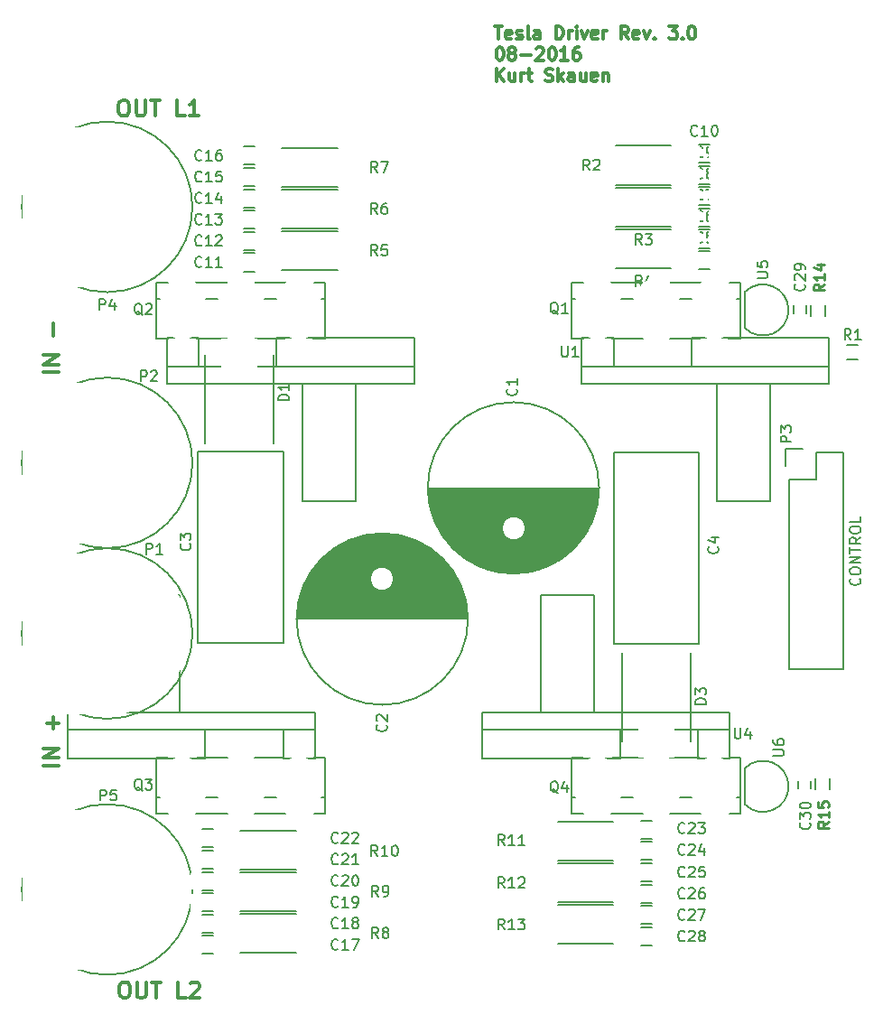
<source format=gto>
G04 #@! TF.FileFunction,Legend,Top*
%FSLAX46Y46*%
G04 Gerber Fmt 4.6, Leading zero omitted, Abs format (unit mm)*
G04 Created by KiCad (PCBNEW 4.0.1-stable) date 30.08.2016 22:59:35*
%MOMM*%
G01*
G04 APERTURE LIST*
%ADD10C,0.100000*%
%ADD11C,0.300000*%
%ADD12C,0.150000*%
%ADD13C,0.250000*%
%ADD14R,2.060000X2.060000*%
%ADD15O,2.060000X2.060000*%
%ADD16O,3.760120X5.761640*%
%ADD17C,2.060000*%
%ADD18R,1.160000X0.760000*%
%ADD19R,1.010000X1.060000*%
%ADD20C,7.260000*%
%ADD21O,1.761140X1.159160*%
%ADD22R,1.260000X1.510000*%
%ADD23R,3.460000X2.860000*%
%ADD24R,1.260000X3.460000*%
%ADD25R,0.760000X1.160000*%
%ADD26R,2.560000X2.560000*%
%ADD27C,2.560000*%
%ADD28C,15.260000*%
%ADD29C,0.254000*%
G04 APERTURE END LIST*
D10*
D11*
X109507143Y-140678571D02*
X109792857Y-140678571D01*
X109935715Y-140750000D01*
X110078572Y-140892857D01*
X110150000Y-141178571D01*
X110150000Y-141678571D01*
X110078572Y-141964286D01*
X109935715Y-142107143D01*
X109792857Y-142178571D01*
X109507143Y-142178571D01*
X109364286Y-142107143D01*
X109221429Y-141964286D01*
X109150000Y-141678571D01*
X109150000Y-141178571D01*
X109221429Y-140892857D01*
X109364286Y-140750000D01*
X109507143Y-140678571D01*
X110792858Y-140678571D02*
X110792858Y-141892857D01*
X110864286Y-142035714D01*
X110935715Y-142107143D01*
X111078572Y-142178571D01*
X111364286Y-142178571D01*
X111507144Y-142107143D01*
X111578572Y-142035714D01*
X111650001Y-141892857D01*
X111650001Y-140678571D01*
X112150001Y-140678571D02*
X113007144Y-140678571D01*
X112578573Y-142178571D02*
X112578573Y-140678571D01*
X115364287Y-142178571D02*
X114650001Y-142178571D01*
X114650001Y-140678571D01*
X115792858Y-140821429D02*
X115864287Y-140750000D01*
X116007144Y-140678571D01*
X116364287Y-140678571D01*
X116507144Y-140750000D01*
X116578573Y-140821429D01*
X116650001Y-140964286D01*
X116650001Y-141107143D01*
X116578573Y-141321429D01*
X115721430Y-142178571D01*
X116650001Y-142178571D01*
X109432143Y-57978571D02*
X109717857Y-57978571D01*
X109860715Y-58050000D01*
X110003572Y-58192857D01*
X110075000Y-58478571D01*
X110075000Y-58978571D01*
X110003572Y-59264286D01*
X109860715Y-59407143D01*
X109717857Y-59478571D01*
X109432143Y-59478571D01*
X109289286Y-59407143D01*
X109146429Y-59264286D01*
X109075000Y-58978571D01*
X109075000Y-58478571D01*
X109146429Y-58192857D01*
X109289286Y-58050000D01*
X109432143Y-57978571D01*
X110717858Y-57978571D02*
X110717858Y-59192857D01*
X110789286Y-59335714D01*
X110860715Y-59407143D01*
X111003572Y-59478571D01*
X111289286Y-59478571D01*
X111432144Y-59407143D01*
X111503572Y-59335714D01*
X111575001Y-59192857D01*
X111575001Y-57978571D01*
X112075001Y-57978571D02*
X112932144Y-57978571D01*
X112503573Y-59478571D02*
X112503573Y-57978571D01*
X115289287Y-59478571D02*
X114575001Y-59478571D01*
X114575001Y-57978571D01*
X116575001Y-59478571D02*
X115717858Y-59478571D01*
X116146430Y-59478571D02*
X116146430Y-57978571D01*
X116003573Y-58192857D01*
X115860715Y-58335714D01*
X115717858Y-58407143D01*
X103478571Y-120385714D02*
X101978571Y-120385714D01*
X103478571Y-119671428D02*
X101978571Y-119671428D01*
X103478571Y-118814285D01*
X101978571Y-118814285D01*
X102907143Y-116957142D02*
X102907143Y-115814285D01*
X103478571Y-116385714D02*
X102335714Y-116385714D01*
X103478571Y-83485714D02*
X101978571Y-83485714D01*
X103478571Y-82771428D02*
X101978571Y-82771428D01*
X103478571Y-81914285D01*
X101978571Y-81914285D01*
X102907143Y-80057142D02*
X102907143Y-78914285D01*
X144364286Y-51062857D02*
X145050000Y-51062857D01*
X144707143Y-52262857D02*
X144707143Y-51062857D01*
X145907143Y-52205714D02*
X145792857Y-52262857D01*
X145564286Y-52262857D01*
X145450000Y-52205714D01*
X145392857Y-52091429D01*
X145392857Y-51634286D01*
X145450000Y-51520000D01*
X145564286Y-51462857D01*
X145792857Y-51462857D01*
X145907143Y-51520000D01*
X145964286Y-51634286D01*
X145964286Y-51748571D01*
X145392857Y-51862857D01*
X146421428Y-52205714D02*
X146535714Y-52262857D01*
X146764286Y-52262857D01*
X146878571Y-52205714D01*
X146935714Y-52091429D01*
X146935714Y-52034286D01*
X146878571Y-51920000D01*
X146764286Y-51862857D01*
X146592857Y-51862857D01*
X146478571Y-51805714D01*
X146421428Y-51691429D01*
X146421428Y-51634286D01*
X146478571Y-51520000D01*
X146592857Y-51462857D01*
X146764286Y-51462857D01*
X146878571Y-51520000D01*
X147621429Y-52262857D02*
X147507143Y-52205714D01*
X147450000Y-52091429D01*
X147450000Y-51062857D01*
X148592857Y-52262857D02*
X148592857Y-51634286D01*
X148535714Y-51520000D01*
X148421428Y-51462857D01*
X148192857Y-51462857D01*
X148078571Y-51520000D01*
X148592857Y-52205714D02*
X148478571Y-52262857D01*
X148192857Y-52262857D01*
X148078571Y-52205714D01*
X148021428Y-52091429D01*
X148021428Y-51977143D01*
X148078571Y-51862857D01*
X148192857Y-51805714D01*
X148478571Y-51805714D01*
X148592857Y-51748571D01*
X150078571Y-52262857D02*
X150078571Y-51062857D01*
X150364286Y-51062857D01*
X150535714Y-51120000D01*
X150650000Y-51234286D01*
X150707143Y-51348571D01*
X150764286Y-51577143D01*
X150764286Y-51748571D01*
X150707143Y-51977143D01*
X150650000Y-52091429D01*
X150535714Y-52205714D01*
X150364286Y-52262857D01*
X150078571Y-52262857D01*
X151278571Y-52262857D02*
X151278571Y-51462857D01*
X151278571Y-51691429D02*
X151335714Y-51577143D01*
X151392857Y-51520000D01*
X151507143Y-51462857D01*
X151621428Y-51462857D01*
X152021428Y-52262857D02*
X152021428Y-51462857D01*
X152021428Y-51062857D02*
X151964285Y-51120000D01*
X152021428Y-51177143D01*
X152078571Y-51120000D01*
X152021428Y-51062857D01*
X152021428Y-51177143D01*
X152478572Y-51462857D02*
X152764286Y-52262857D01*
X153050000Y-51462857D01*
X153964286Y-52205714D02*
X153850000Y-52262857D01*
X153621429Y-52262857D01*
X153507143Y-52205714D01*
X153450000Y-52091429D01*
X153450000Y-51634286D01*
X153507143Y-51520000D01*
X153621429Y-51462857D01*
X153850000Y-51462857D01*
X153964286Y-51520000D01*
X154021429Y-51634286D01*
X154021429Y-51748571D01*
X153450000Y-51862857D01*
X154535714Y-52262857D02*
X154535714Y-51462857D01*
X154535714Y-51691429D02*
X154592857Y-51577143D01*
X154650000Y-51520000D01*
X154764286Y-51462857D01*
X154878571Y-51462857D01*
X156878572Y-52262857D02*
X156478572Y-51691429D01*
X156192857Y-52262857D02*
X156192857Y-51062857D01*
X156650000Y-51062857D01*
X156764286Y-51120000D01*
X156821429Y-51177143D01*
X156878572Y-51291429D01*
X156878572Y-51462857D01*
X156821429Y-51577143D01*
X156764286Y-51634286D01*
X156650000Y-51691429D01*
X156192857Y-51691429D01*
X157850000Y-52205714D02*
X157735714Y-52262857D01*
X157507143Y-52262857D01*
X157392857Y-52205714D01*
X157335714Y-52091429D01*
X157335714Y-51634286D01*
X157392857Y-51520000D01*
X157507143Y-51462857D01*
X157735714Y-51462857D01*
X157850000Y-51520000D01*
X157907143Y-51634286D01*
X157907143Y-51748571D01*
X157335714Y-51862857D01*
X158307143Y-51462857D02*
X158592857Y-52262857D01*
X158878571Y-51462857D01*
X159335714Y-52148571D02*
X159392857Y-52205714D01*
X159335714Y-52262857D01*
X159278571Y-52205714D01*
X159335714Y-52148571D01*
X159335714Y-52262857D01*
X160707144Y-51062857D02*
X161450001Y-51062857D01*
X161050001Y-51520000D01*
X161221429Y-51520000D01*
X161335715Y-51577143D01*
X161392858Y-51634286D01*
X161450001Y-51748571D01*
X161450001Y-52034286D01*
X161392858Y-52148571D01*
X161335715Y-52205714D01*
X161221429Y-52262857D01*
X160878572Y-52262857D01*
X160764286Y-52205714D01*
X160707144Y-52148571D01*
X161964286Y-52148571D02*
X162021429Y-52205714D01*
X161964286Y-52262857D01*
X161907143Y-52205714D01*
X161964286Y-52148571D01*
X161964286Y-52262857D01*
X162764287Y-51062857D02*
X162878572Y-51062857D01*
X162992858Y-51120000D01*
X163050001Y-51177143D01*
X163107144Y-51291429D01*
X163164287Y-51520000D01*
X163164287Y-51805714D01*
X163107144Y-52034286D01*
X163050001Y-52148571D01*
X162992858Y-52205714D01*
X162878572Y-52262857D01*
X162764287Y-52262857D01*
X162650001Y-52205714D01*
X162592858Y-52148571D01*
X162535715Y-52034286D01*
X162478572Y-51805714D01*
X162478572Y-51520000D01*
X162535715Y-51291429D01*
X162592858Y-51177143D01*
X162650001Y-51120000D01*
X162764287Y-51062857D01*
X144764286Y-53042857D02*
X144878571Y-53042857D01*
X144992857Y-53100000D01*
X145050000Y-53157143D01*
X145107143Y-53271429D01*
X145164286Y-53500000D01*
X145164286Y-53785714D01*
X145107143Y-54014286D01*
X145050000Y-54128571D01*
X144992857Y-54185714D01*
X144878571Y-54242857D01*
X144764286Y-54242857D01*
X144650000Y-54185714D01*
X144592857Y-54128571D01*
X144535714Y-54014286D01*
X144478571Y-53785714D01*
X144478571Y-53500000D01*
X144535714Y-53271429D01*
X144592857Y-53157143D01*
X144650000Y-53100000D01*
X144764286Y-53042857D01*
X145850000Y-53557143D02*
X145735714Y-53500000D01*
X145678571Y-53442857D01*
X145621428Y-53328571D01*
X145621428Y-53271429D01*
X145678571Y-53157143D01*
X145735714Y-53100000D01*
X145850000Y-53042857D01*
X146078571Y-53042857D01*
X146192857Y-53100000D01*
X146250000Y-53157143D01*
X146307143Y-53271429D01*
X146307143Y-53328571D01*
X146250000Y-53442857D01*
X146192857Y-53500000D01*
X146078571Y-53557143D01*
X145850000Y-53557143D01*
X145735714Y-53614286D01*
X145678571Y-53671429D01*
X145621428Y-53785714D01*
X145621428Y-54014286D01*
X145678571Y-54128571D01*
X145735714Y-54185714D01*
X145850000Y-54242857D01*
X146078571Y-54242857D01*
X146192857Y-54185714D01*
X146250000Y-54128571D01*
X146307143Y-54014286D01*
X146307143Y-53785714D01*
X146250000Y-53671429D01*
X146192857Y-53614286D01*
X146078571Y-53557143D01*
X146821428Y-53785714D02*
X147735714Y-53785714D01*
X148249999Y-53157143D02*
X148307142Y-53100000D01*
X148421428Y-53042857D01*
X148707142Y-53042857D01*
X148821428Y-53100000D01*
X148878571Y-53157143D01*
X148935714Y-53271429D01*
X148935714Y-53385714D01*
X148878571Y-53557143D01*
X148192857Y-54242857D01*
X148935714Y-54242857D01*
X149678571Y-53042857D02*
X149792856Y-53042857D01*
X149907142Y-53100000D01*
X149964285Y-53157143D01*
X150021428Y-53271429D01*
X150078571Y-53500000D01*
X150078571Y-53785714D01*
X150021428Y-54014286D01*
X149964285Y-54128571D01*
X149907142Y-54185714D01*
X149792856Y-54242857D01*
X149678571Y-54242857D01*
X149564285Y-54185714D01*
X149507142Y-54128571D01*
X149449999Y-54014286D01*
X149392856Y-53785714D01*
X149392856Y-53500000D01*
X149449999Y-53271429D01*
X149507142Y-53157143D01*
X149564285Y-53100000D01*
X149678571Y-53042857D01*
X151221428Y-54242857D02*
X150535713Y-54242857D01*
X150878571Y-54242857D02*
X150878571Y-53042857D01*
X150764285Y-53214286D01*
X150649999Y-53328571D01*
X150535713Y-53385714D01*
X152249999Y-53042857D02*
X152021428Y-53042857D01*
X151907142Y-53100000D01*
X151849999Y-53157143D01*
X151735713Y-53328571D01*
X151678570Y-53557143D01*
X151678570Y-54014286D01*
X151735713Y-54128571D01*
X151792856Y-54185714D01*
X151907142Y-54242857D01*
X152135713Y-54242857D01*
X152249999Y-54185714D01*
X152307142Y-54128571D01*
X152364285Y-54014286D01*
X152364285Y-53728571D01*
X152307142Y-53614286D01*
X152249999Y-53557143D01*
X152135713Y-53500000D01*
X151907142Y-53500000D01*
X151792856Y-53557143D01*
X151735713Y-53614286D01*
X151678570Y-53728571D01*
X144535714Y-56222857D02*
X144535714Y-55022857D01*
X145221429Y-56222857D02*
X144707143Y-55537143D01*
X145221429Y-55022857D02*
X144535714Y-55708571D01*
X146250000Y-55422857D02*
X146250000Y-56222857D01*
X145735714Y-55422857D02*
X145735714Y-56051429D01*
X145792857Y-56165714D01*
X145907143Y-56222857D01*
X146078571Y-56222857D01*
X146192857Y-56165714D01*
X146250000Y-56108571D01*
X146821428Y-56222857D02*
X146821428Y-55422857D01*
X146821428Y-55651429D02*
X146878571Y-55537143D01*
X146935714Y-55480000D01*
X147050000Y-55422857D01*
X147164285Y-55422857D01*
X147392857Y-55422857D02*
X147850000Y-55422857D01*
X147564285Y-55022857D02*
X147564285Y-56051429D01*
X147621428Y-56165714D01*
X147735714Y-56222857D01*
X147850000Y-56222857D01*
X149107142Y-56165714D02*
X149278571Y-56222857D01*
X149564285Y-56222857D01*
X149678571Y-56165714D01*
X149735714Y-56108571D01*
X149792857Y-55994286D01*
X149792857Y-55880000D01*
X149735714Y-55765714D01*
X149678571Y-55708571D01*
X149564285Y-55651429D01*
X149335714Y-55594286D01*
X149221428Y-55537143D01*
X149164285Y-55480000D01*
X149107142Y-55365714D01*
X149107142Y-55251429D01*
X149164285Y-55137143D01*
X149221428Y-55080000D01*
X149335714Y-55022857D01*
X149621428Y-55022857D01*
X149792857Y-55080000D01*
X150307142Y-56222857D02*
X150307142Y-55022857D01*
X150421428Y-55765714D02*
X150764285Y-56222857D01*
X150764285Y-55422857D02*
X150307142Y-55880000D01*
X151792857Y-56222857D02*
X151792857Y-55594286D01*
X151735714Y-55480000D01*
X151621428Y-55422857D01*
X151392857Y-55422857D01*
X151278571Y-55480000D01*
X151792857Y-56165714D02*
X151678571Y-56222857D01*
X151392857Y-56222857D01*
X151278571Y-56165714D01*
X151221428Y-56051429D01*
X151221428Y-55937143D01*
X151278571Y-55822857D01*
X151392857Y-55765714D01*
X151678571Y-55765714D01*
X151792857Y-55708571D01*
X152878571Y-55422857D02*
X152878571Y-56222857D01*
X152364285Y-55422857D02*
X152364285Y-56051429D01*
X152421428Y-56165714D01*
X152535714Y-56222857D01*
X152707142Y-56222857D01*
X152821428Y-56165714D01*
X152878571Y-56108571D01*
X153907142Y-56165714D02*
X153792856Y-56222857D01*
X153564285Y-56222857D01*
X153449999Y-56165714D01*
X153392856Y-56051429D01*
X153392856Y-55594286D01*
X153449999Y-55480000D01*
X153564285Y-55422857D01*
X153792856Y-55422857D01*
X153907142Y-55480000D01*
X153964285Y-55594286D01*
X153964285Y-55708571D01*
X153392856Y-55822857D01*
X154478570Y-55422857D02*
X154478570Y-56222857D01*
X154478570Y-55537143D02*
X154535713Y-55480000D01*
X154649999Y-55422857D01*
X154821427Y-55422857D01*
X154935713Y-55480000D01*
X154992856Y-55594286D01*
X154992856Y-56222857D01*
D12*
X156100000Y-119700000D02*
X143200000Y-119700000D01*
X163400000Y-119700000D02*
X163400000Y-117000000D01*
X156100000Y-119700000D02*
X156100000Y-117000000D01*
X166400000Y-115400000D02*
X166400000Y-117000000D01*
X143200000Y-115400000D02*
X166400000Y-115400000D01*
X143200000Y-117000000D02*
X143200000Y-115400000D01*
X166400000Y-117000000D02*
X143200000Y-117000000D01*
X153700000Y-104400000D02*
X153700000Y-115400000D01*
X148700000Y-104400000D02*
X153700000Y-104400000D01*
X148700000Y-115400000D02*
X148700000Y-104400000D01*
X166400000Y-117100000D02*
X166400000Y-119700000D01*
X163400000Y-119700000D02*
X166400000Y-119700000D01*
X143200000Y-119700000D02*
X143200000Y-117000000D01*
X167070000Y-76600000D02*
X167405000Y-76600000D01*
X161670000Y-76600000D02*
X162770000Y-76600000D01*
X156170000Y-76600000D02*
X157270000Y-76600000D01*
X151535000Y-76600000D02*
X151870000Y-76600000D01*
X166267185Y-80320000D02*
X167405000Y-80320000D01*
X160740000Y-80320000D02*
X163571130Y-80320000D01*
X155368870Y-80320000D02*
X158200000Y-80320000D01*
X152672815Y-80320000D02*
X151535000Y-80320000D01*
X166328000Y-75100000D02*
X167405000Y-75100000D01*
X160740000Y-75100000D02*
X163788000Y-75100000D01*
X155152000Y-75100000D02*
X158200000Y-75100000D01*
X152612000Y-75100000D02*
X151535000Y-75100000D01*
X167405000Y-80320000D02*
X167405000Y-75100000D01*
X151535000Y-75100000D02*
X151535000Y-80320000D01*
X128130000Y-76600000D02*
X128465000Y-76600000D01*
X122730000Y-76600000D02*
X123830000Y-76600000D01*
X117230000Y-76600000D02*
X118330000Y-76600000D01*
X112595000Y-76600000D02*
X112930000Y-76600000D01*
X127327185Y-80320000D02*
X128465000Y-80320000D01*
X121800000Y-80320000D02*
X124631130Y-80320000D01*
X116428870Y-80320000D02*
X119260000Y-80320000D01*
X113732815Y-80320000D02*
X112595000Y-80320000D01*
X127388000Y-75100000D02*
X128465000Y-75100000D01*
X121800000Y-75100000D02*
X124848000Y-75100000D01*
X116212000Y-75100000D02*
X119260000Y-75100000D01*
X113672000Y-75100000D02*
X112595000Y-75100000D01*
X128465000Y-80320000D02*
X128465000Y-75100000D01*
X112595000Y-75100000D02*
X112595000Y-80320000D01*
X112930000Y-123400000D02*
X112595000Y-123400000D01*
X118330000Y-123400000D02*
X117230000Y-123400000D01*
X123830000Y-123400000D02*
X122730000Y-123400000D01*
X128465000Y-123400000D02*
X128130000Y-123400000D01*
X113732815Y-119680000D02*
X112595000Y-119680000D01*
X119260000Y-119680000D02*
X116428870Y-119680000D01*
X124631130Y-119680000D02*
X121800000Y-119680000D01*
X127327185Y-119680000D02*
X128465000Y-119680000D01*
X113672000Y-124900000D02*
X112595000Y-124900000D01*
X119260000Y-124900000D02*
X116212000Y-124900000D01*
X124848000Y-124900000D02*
X121800000Y-124900000D01*
X127388000Y-124900000D02*
X128465000Y-124900000D01*
X112595000Y-119680000D02*
X112595000Y-124900000D01*
X128465000Y-124900000D02*
X128465000Y-119680000D01*
X151870000Y-123400000D02*
X151535000Y-123400000D01*
X157270000Y-123400000D02*
X156170000Y-123400000D01*
X162770000Y-123400000D02*
X161670000Y-123400000D01*
X167405000Y-123400000D02*
X167070000Y-123400000D01*
X152672815Y-119680000D02*
X151535000Y-119680000D01*
X158200000Y-119680000D02*
X155368870Y-119680000D01*
X163571130Y-119680000D02*
X160740000Y-119680000D01*
X166267185Y-119680000D02*
X167405000Y-119680000D01*
X152612000Y-124900000D02*
X151535000Y-124900000D01*
X158200000Y-124900000D02*
X155152000Y-124900000D01*
X163788000Y-124900000D02*
X160740000Y-124900000D01*
X166328000Y-124900000D02*
X167405000Y-124900000D01*
X151535000Y-119680000D02*
X151535000Y-124900000D01*
X167405000Y-124900000D02*
X167405000Y-119680000D01*
X125800000Y-106575000D02*
X141800000Y-106575000D01*
X125803000Y-106435000D02*
X141797000Y-106435000D01*
X125808000Y-106295000D02*
X141792000Y-106295000D01*
X125815000Y-106155000D02*
X141785000Y-106155000D01*
X125825000Y-106015000D02*
X141775000Y-106015000D01*
X125838000Y-105875000D02*
X141762000Y-105875000D01*
X125852000Y-105735000D02*
X141748000Y-105735000D01*
X125870000Y-105595000D02*
X141730000Y-105595000D01*
X125890000Y-105455000D02*
X141710000Y-105455000D01*
X125912000Y-105315000D02*
X141688000Y-105315000D01*
X125937000Y-105175000D02*
X141663000Y-105175000D01*
X125965000Y-105035000D02*
X141635000Y-105035000D01*
X125995000Y-104895000D02*
X141605000Y-104895000D01*
X126028000Y-104755000D02*
X141572000Y-104755000D01*
X126063000Y-104615000D02*
X141537000Y-104615000D01*
X126101000Y-104475000D02*
X141499000Y-104475000D01*
X126142000Y-104335000D02*
X141458000Y-104335000D01*
X126186000Y-104195000D02*
X141414000Y-104195000D01*
X126233000Y-104055000D02*
X141367000Y-104055000D01*
X126282000Y-103915000D02*
X141318000Y-103915000D01*
X126334000Y-103775000D02*
X133316000Y-103775000D01*
X134284000Y-103775000D02*
X141266000Y-103775000D01*
X126390000Y-103635000D02*
X133122000Y-103635000D01*
X134478000Y-103635000D02*
X141210000Y-103635000D01*
X126448000Y-103495000D02*
X132996000Y-103495000D01*
X134604000Y-103495000D02*
X141152000Y-103495000D01*
X126510000Y-103355000D02*
X132910000Y-103355000D01*
X134690000Y-103355000D02*
X141090000Y-103355000D01*
X126575000Y-103215000D02*
X132851000Y-103215000D01*
X134749000Y-103215000D02*
X141025000Y-103215000D01*
X126643000Y-103075000D02*
X132815000Y-103075000D01*
X134785000Y-103075000D02*
X140957000Y-103075000D01*
X126715000Y-102935000D02*
X132801000Y-102935000D01*
X134799000Y-102935000D02*
X140885000Y-102935000D01*
X126790000Y-102795000D02*
X132806000Y-102795000D01*
X134794000Y-102795000D02*
X140810000Y-102795000D01*
X126869000Y-102655000D02*
X132830000Y-102655000D01*
X134770000Y-102655000D02*
X140731000Y-102655000D01*
X126952000Y-102515000D02*
X132877000Y-102515000D01*
X134723000Y-102515000D02*
X140648000Y-102515000D01*
X127038000Y-102375000D02*
X132949000Y-102375000D01*
X134651000Y-102375000D02*
X140562000Y-102375000D01*
X127129000Y-102235000D02*
X133053000Y-102235000D01*
X134547000Y-102235000D02*
X140471000Y-102235000D01*
X127223000Y-102095000D02*
X133207000Y-102095000D01*
X134393000Y-102095000D02*
X140377000Y-102095000D01*
X127323000Y-101955000D02*
X133473000Y-101955000D01*
X134127000Y-101955000D02*
X140277000Y-101955000D01*
X127426000Y-101815000D02*
X140174000Y-101815000D01*
X127535000Y-101675000D02*
X140065000Y-101675000D01*
X127649000Y-101535000D02*
X139951000Y-101535000D01*
X127768000Y-101395000D02*
X139832000Y-101395000D01*
X127893000Y-101255000D02*
X139707000Y-101255000D01*
X128024000Y-101115000D02*
X139576000Y-101115000D01*
X128161000Y-100975000D02*
X139439000Y-100975000D01*
X128306000Y-100835000D02*
X139294000Y-100835000D01*
X128458000Y-100695000D02*
X139142000Y-100695000D01*
X128618000Y-100555000D02*
X138982000Y-100555000D01*
X128788000Y-100415000D02*
X138812000Y-100415000D01*
X128967000Y-100275000D02*
X138633000Y-100275000D01*
X129157000Y-100135000D02*
X138443000Y-100135000D01*
X129360000Y-99995000D02*
X138240000Y-99995000D01*
X129578000Y-99855000D02*
X138022000Y-99855000D01*
X129812000Y-99715000D02*
X137788000Y-99715000D01*
X130066000Y-99575000D02*
X137534000Y-99575000D01*
X130344000Y-99435000D02*
X137256000Y-99435000D01*
X130653000Y-99295000D02*
X136947000Y-99295000D01*
X131003000Y-99155000D02*
X136597000Y-99155000D01*
X131411000Y-99015000D02*
X136189000Y-99015000D01*
X131916000Y-98875000D02*
X135684000Y-98875000D01*
X132637000Y-98735000D02*
X134963000Y-98735000D01*
X134800000Y-102900000D02*
G75*
G03X134800000Y-102900000I-1000000J0D01*
G01*
X141837500Y-106650000D02*
G75*
G03X141837500Y-106650000I-8037500J0D01*
G01*
X175375000Y-77200000D02*
X175375000Y-78200000D01*
X174025000Y-78200000D02*
X174025000Y-77200000D01*
X175775000Y-121600000D02*
X175775000Y-122600000D01*
X174425000Y-122600000D02*
X174425000Y-121600000D01*
X172400000Y-77950000D02*
X172400000Y-77250000D01*
X173600000Y-77250000D02*
X173600000Y-77950000D01*
X172800000Y-122500000D02*
X172800000Y-121800000D01*
X174000000Y-121800000D02*
X174000000Y-122500000D01*
X167800000Y-75970000D02*
X167800000Y-79370000D01*
X167802944Y-75972944D02*
G75*
G02X171900000Y-77670000I1697056J-1697056D01*
G01*
X167802944Y-79367056D02*
G75*
G03X171900000Y-77670000I1697056J1697056D01*
G01*
X167800000Y-120630000D02*
X167800000Y-124030000D01*
X167802944Y-120632944D02*
G75*
G02X171900000Y-122330000I1697056J-1697056D01*
G01*
X167802944Y-124027056D02*
G75*
G03X171900000Y-122330000I1697056J1697056D01*
G01*
X154100000Y-94425000D02*
X138100000Y-94425000D01*
X154097000Y-94565000D02*
X138103000Y-94565000D01*
X154092000Y-94705000D02*
X138108000Y-94705000D01*
X154085000Y-94845000D02*
X138115000Y-94845000D01*
X154075000Y-94985000D02*
X138125000Y-94985000D01*
X154062000Y-95125000D02*
X138138000Y-95125000D01*
X154048000Y-95265000D02*
X138152000Y-95265000D01*
X154030000Y-95405000D02*
X138170000Y-95405000D01*
X154010000Y-95545000D02*
X138190000Y-95545000D01*
X153988000Y-95685000D02*
X138212000Y-95685000D01*
X153963000Y-95825000D02*
X138237000Y-95825000D01*
X153935000Y-95965000D02*
X138265000Y-95965000D01*
X153905000Y-96105000D02*
X138295000Y-96105000D01*
X153872000Y-96245000D02*
X138328000Y-96245000D01*
X153837000Y-96385000D02*
X138363000Y-96385000D01*
X153799000Y-96525000D02*
X138401000Y-96525000D01*
X153758000Y-96665000D02*
X138442000Y-96665000D01*
X153714000Y-96805000D02*
X138486000Y-96805000D01*
X153667000Y-96945000D02*
X138533000Y-96945000D01*
X153618000Y-97085000D02*
X138582000Y-97085000D01*
X153566000Y-97225000D02*
X146584000Y-97225000D01*
X145616000Y-97225000D02*
X138634000Y-97225000D01*
X153510000Y-97365000D02*
X146778000Y-97365000D01*
X145422000Y-97365000D02*
X138690000Y-97365000D01*
X153452000Y-97505000D02*
X146904000Y-97505000D01*
X145296000Y-97505000D02*
X138748000Y-97505000D01*
X153390000Y-97645000D02*
X146990000Y-97645000D01*
X145210000Y-97645000D02*
X138810000Y-97645000D01*
X153325000Y-97785000D02*
X147049000Y-97785000D01*
X145151000Y-97785000D02*
X138875000Y-97785000D01*
X153257000Y-97925000D02*
X147085000Y-97925000D01*
X145115000Y-97925000D02*
X138943000Y-97925000D01*
X153185000Y-98065000D02*
X147099000Y-98065000D01*
X145101000Y-98065000D02*
X139015000Y-98065000D01*
X153110000Y-98205000D02*
X147094000Y-98205000D01*
X145106000Y-98205000D02*
X139090000Y-98205000D01*
X153031000Y-98345000D02*
X147070000Y-98345000D01*
X145130000Y-98345000D02*
X139169000Y-98345000D01*
X152948000Y-98485000D02*
X147023000Y-98485000D01*
X145177000Y-98485000D02*
X139252000Y-98485000D01*
X152862000Y-98625000D02*
X146951000Y-98625000D01*
X145249000Y-98625000D02*
X139338000Y-98625000D01*
X152771000Y-98765000D02*
X146847000Y-98765000D01*
X145353000Y-98765000D02*
X139429000Y-98765000D01*
X152677000Y-98905000D02*
X146693000Y-98905000D01*
X145507000Y-98905000D02*
X139523000Y-98905000D01*
X152577000Y-99045000D02*
X146427000Y-99045000D01*
X145773000Y-99045000D02*
X139623000Y-99045000D01*
X152474000Y-99185000D02*
X139726000Y-99185000D01*
X152365000Y-99325000D02*
X139835000Y-99325000D01*
X152251000Y-99465000D02*
X139949000Y-99465000D01*
X152132000Y-99605000D02*
X140068000Y-99605000D01*
X152007000Y-99745000D02*
X140193000Y-99745000D01*
X151876000Y-99885000D02*
X140324000Y-99885000D01*
X151739000Y-100025000D02*
X140461000Y-100025000D01*
X151594000Y-100165000D02*
X140606000Y-100165000D01*
X151442000Y-100305000D02*
X140758000Y-100305000D01*
X151282000Y-100445000D02*
X140918000Y-100445000D01*
X151112000Y-100585000D02*
X141088000Y-100585000D01*
X150933000Y-100725000D02*
X141267000Y-100725000D01*
X150743000Y-100865000D02*
X141457000Y-100865000D01*
X150540000Y-101005000D02*
X141660000Y-101005000D01*
X150322000Y-101145000D02*
X141878000Y-101145000D01*
X150088000Y-101285000D02*
X142112000Y-101285000D01*
X149834000Y-101425000D02*
X142366000Y-101425000D01*
X149556000Y-101565000D02*
X142644000Y-101565000D01*
X149247000Y-101705000D02*
X142953000Y-101705000D01*
X148897000Y-101845000D02*
X143303000Y-101845000D01*
X148489000Y-101985000D02*
X143711000Y-101985000D01*
X147984000Y-102125000D02*
X144216000Y-102125000D01*
X147263000Y-102265000D02*
X144937000Y-102265000D01*
X147100000Y-98100000D02*
G75*
G03X147100000Y-98100000I-1000000J0D01*
G01*
X154137500Y-94350000D02*
G75*
G03X154137500Y-94350000I-8037500J0D01*
G01*
X116900000Y-138050000D02*
X117900000Y-138050000D01*
X117900000Y-136350000D02*
X116900000Y-136350000D01*
X158064400Y-127234360D02*
X159064400Y-127234360D01*
X159064400Y-125534360D02*
X158064400Y-125534360D01*
X116900000Y-134050000D02*
X117900000Y-134050000D01*
X117900000Y-132350000D02*
X116900000Y-132350000D01*
X158064400Y-131234360D02*
X159064400Y-131234360D01*
X159064400Y-129534360D02*
X158064400Y-129534360D01*
X116900000Y-130050000D02*
X117900000Y-130050000D01*
X117900000Y-128350000D02*
X116900000Y-128350000D01*
X158064400Y-135234360D02*
X159064400Y-135234360D01*
X159064400Y-133534360D02*
X158064400Y-133534360D01*
X123600000Y-81900000D02*
X123600000Y-90200000D01*
X117200000Y-90200000D02*
X117200000Y-81900000D01*
X156300000Y-118100000D02*
X156300000Y-109800000D01*
X162700000Y-109800000D02*
X162700000Y-118100000D01*
X125700000Y-137925000D02*
X120500000Y-137925000D01*
X120500000Y-134275000D02*
X125700000Y-134275000D01*
X150264400Y-125659360D02*
X155464400Y-125659360D01*
X155464400Y-129309360D02*
X150264400Y-129309360D01*
X125700000Y-134025000D02*
X120500000Y-134025000D01*
X120500000Y-130375000D02*
X125700000Y-130375000D01*
X150264400Y-129559360D02*
X155464400Y-129559360D01*
X155464400Y-133209360D02*
X150264400Y-133209360D01*
X125700000Y-130125000D02*
X120500000Y-130125000D01*
X120500000Y-126475000D02*
X125700000Y-126475000D01*
X150264400Y-133459360D02*
X155464400Y-133459360D01*
X155464400Y-137109360D02*
X150264400Y-137109360D01*
X164500000Y-72150000D02*
X163500000Y-72150000D01*
X163500000Y-73850000D02*
X164500000Y-73850000D01*
X164500000Y-70150000D02*
X163500000Y-70150000D01*
X163500000Y-71850000D02*
X164500000Y-71850000D01*
X164500000Y-68150000D02*
X163500000Y-68150000D01*
X163500000Y-69850000D02*
X164500000Y-69850000D01*
X164500000Y-66150000D02*
X163500000Y-66150000D01*
X163500000Y-67850000D02*
X164500000Y-67850000D01*
X164500000Y-64150000D02*
X163500000Y-64150000D01*
X163500000Y-65850000D02*
X164500000Y-65850000D01*
X164500000Y-62150000D02*
X163500000Y-62150000D01*
X163500000Y-63850000D02*
X164500000Y-63850000D01*
X121800000Y-72350000D02*
X120800000Y-72350000D01*
X120800000Y-74050000D02*
X121800000Y-74050000D01*
X121800000Y-70350000D02*
X120800000Y-70350000D01*
X120800000Y-72050000D02*
X121800000Y-72050000D01*
X121800000Y-68350000D02*
X120800000Y-68350000D01*
X120800000Y-70050000D02*
X121800000Y-70050000D01*
X121800000Y-66350000D02*
X120800000Y-66350000D01*
X120800000Y-68050000D02*
X121800000Y-68050000D01*
X121800000Y-64350000D02*
X120800000Y-64350000D01*
X120800000Y-66050000D02*
X121800000Y-66050000D01*
X121800000Y-62350000D02*
X120800000Y-62350000D01*
X120800000Y-64050000D02*
X121800000Y-64050000D01*
X116900000Y-136050000D02*
X117900000Y-136050000D01*
X117900000Y-134350000D02*
X116900000Y-134350000D01*
X116900000Y-132050000D02*
X117900000Y-132050000D01*
X117900000Y-130350000D02*
X116900000Y-130350000D01*
X116900000Y-128050000D02*
X117900000Y-128050000D01*
X117900000Y-126350000D02*
X116900000Y-126350000D01*
X158064400Y-129234360D02*
X159064400Y-129234360D01*
X159064400Y-127534360D02*
X158064400Y-127534360D01*
X158064400Y-133234360D02*
X159064400Y-133234360D01*
X159064400Y-131534360D02*
X158064400Y-131534360D01*
X158064400Y-137234360D02*
X159064400Y-137234360D01*
X159064400Y-135534360D02*
X158064400Y-135534360D01*
X155700000Y-62275000D02*
X160900000Y-62275000D01*
X160900000Y-65925000D02*
X155700000Y-65925000D01*
X155700000Y-66175000D02*
X160900000Y-66175000D01*
X160900000Y-69825000D02*
X155700000Y-69825000D01*
X155700000Y-70075000D02*
X160900000Y-70075000D01*
X160900000Y-73725000D02*
X155700000Y-73725000D01*
X129600000Y-73925000D02*
X124400000Y-73925000D01*
X124400000Y-70275000D02*
X129600000Y-70275000D01*
X129600000Y-70025000D02*
X124400000Y-70025000D01*
X124400000Y-66375000D02*
X129600000Y-66375000D01*
X129600000Y-66125000D02*
X124400000Y-66125000D01*
X124400000Y-62475000D02*
X129600000Y-62475000D01*
X178400000Y-82275000D02*
X177400000Y-82275000D01*
X177400000Y-80925000D02*
X178400000Y-80925000D01*
X177004430Y-111300000D02*
X177004430Y-90980000D01*
X171924430Y-93520000D02*
X171924430Y-111300000D01*
X177004430Y-111300000D02*
X171924430Y-111300000D01*
X177004430Y-90980000D02*
X174464430Y-90980000D01*
X171644430Y-92250000D02*
X171644430Y-90700000D01*
X174464430Y-90980000D02*
X174464430Y-93520000D01*
X174464430Y-93520000D02*
X171924430Y-93520000D01*
X171644430Y-90700000D02*
X173194430Y-90700000D01*
X163500000Y-91000000D02*
X163500000Y-109000000D01*
X163500000Y-109000000D02*
X155500000Y-109000000D01*
X155500000Y-109000000D02*
X155500000Y-91000000D01*
X155500000Y-91000000D02*
X163500000Y-91000000D01*
X116500000Y-108900000D02*
X116500000Y-90900000D01*
X116500000Y-90900000D02*
X124500000Y-90900000D01*
X124500000Y-90900000D02*
X124500000Y-108900000D01*
X124500000Y-108900000D02*
X116500000Y-108900000D01*
X162800000Y-80300000D02*
X175700000Y-80300000D01*
X155500000Y-80300000D02*
X155500000Y-83000000D01*
X162800000Y-80300000D02*
X162800000Y-83000000D01*
X152500000Y-84600000D02*
X152500000Y-83000000D01*
X175700000Y-84600000D02*
X152500000Y-84600000D01*
X175700000Y-83000000D02*
X175700000Y-84600000D01*
X152500000Y-83000000D02*
X175700000Y-83000000D01*
X165200000Y-95600000D02*
X165200000Y-84600000D01*
X170200000Y-95600000D02*
X165200000Y-95600000D01*
X170200000Y-84600000D02*
X170200000Y-95600000D01*
X152500000Y-82900000D02*
X152500000Y-80300000D01*
X155500000Y-80300000D02*
X152500000Y-80300000D01*
X175700000Y-80300000D02*
X175700000Y-83000000D01*
X123900000Y-80300000D02*
X136800000Y-80300000D01*
X116600000Y-80300000D02*
X116600000Y-83000000D01*
X123900000Y-80300000D02*
X123900000Y-83000000D01*
X113600000Y-84600000D02*
X113600000Y-83000000D01*
X136800000Y-84600000D02*
X113600000Y-84600000D01*
X136800000Y-83000000D02*
X136800000Y-84600000D01*
X113600000Y-83000000D02*
X136800000Y-83000000D01*
X126300000Y-95600000D02*
X126300000Y-84600000D01*
X131300000Y-95600000D02*
X126300000Y-95600000D01*
X131300000Y-84600000D02*
X131300000Y-95600000D01*
X113600000Y-82900000D02*
X113600000Y-80300000D01*
X116600000Y-80300000D02*
X113600000Y-80300000D01*
X136800000Y-80300000D02*
X136800000Y-83000000D01*
X117200000Y-119700000D02*
X104300000Y-119700000D01*
X124500000Y-119700000D02*
X124500000Y-117000000D01*
X117200000Y-119700000D02*
X117200000Y-117000000D01*
X127500000Y-115400000D02*
X127500000Y-117000000D01*
X104300000Y-115400000D02*
X127500000Y-115400000D01*
X104300000Y-117000000D02*
X104300000Y-115400000D01*
X127500000Y-117000000D02*
X104300000Y-117000000D01*
X114800000Y-104400000D02*
X114800000Y-115400000D01*
X109800000Y-104400000D02*
X114800000Y-104400000D01*
X109800000Y-115400000D02*
X109800000Y-104400000D01*
X127500000Y-117100000D02*
X127500000Y-119700000D01*
X124500000Y-119700000D02*
X127500000Y-119700000D01*
X104300000Y-119700000D02*
X104300000Y-117000000D01*
X116000000Y-108000000D02*
G75*
G03X116000000Y-108000000I-8000000J0D01*
G01*
X116000000Y-92000000D02*
G75*
G03X116000000Y-92000000I-8000000J0D01*
G01*
X116000000Y-68000000D02*
G75*
G03X116000000Y-68000000I-8000000J0D01*
G01*
X116000000Y-132000000D02*
G75*
G03X116000000Y-132000000I-8000000J0D01*
G01*
X166838095Y-116852381D02*
X166838095Y-117661905D01*
X166885714Y-117757143D01*
X166933333Y-117804762D01*
X167028571Y-117852381D01*
X167219048Y-117852381D01*
X167314286Y-117804762D01*
X167361905Y-117757143D01*
X167409524Y-117661905D01*
X167409524Y-116852381D01*
X168314286Y-117185714D02*
X168314286Y-117852381D01*
X168076190Y-116804762D02*
X167838095Y-117519048D01*
X168457143Y-117519048D01*
X150304762Y-78047619D02*
X150209524Y-78000000D01*
X150114286Y-77904762D01*
X149971429Y-77761905D01*
X149876190Y-77714286D01*
X149780952Y-77714286D01*
X149828571Y-77952381D02*
X149733333Y-77904762D01*
X149638095Y-77809524D01*
X149590476Y-77619048D01*
X149590476Y-77285714D01*
X149638095Y-77095238D01*
X149733333Y-77000000D01*
X149828571Y-76952381D01*
X150019048Y-76952381D01*
X150114286Y-77000000D01*
X150209524Y-77095238D01*
X150257143Y-77285714D01*
X150257143Y-77619048D01*
X150209524Y-77809524D01*
X150114286Y-77904762D01*
X150019048Y-77952381D01*
X149828571Y-77952381D01*
X151209524Y-77952381D02*
X150638095Y-77952381D01*
X150923809Y-77952381D02*
X150923809Y-76952381D01*
X150828571Y-77095238D01*
X150733333Y-77190476D01*
X150638095Y-77238095D01*
X111304762Y-78147619D02*
X111209524Y-78100000D01*
X111114286Y-78004762D01*
X110971429Y-77861905D01*
X110876190Y-77814286D01*
X110780952Y-77814286D01*
X110828571Y-78052381D02*
X110733333Y-78004762D01*
X110638095Y-77909524D01*
X110590476Y-77719048D01*
X110590476Y-77385714D01*
X110638095Y-77195238D01*
X110733333Y-77100000D01*
X110828571Y-77052381D01*
X111019048Y-77052381D01*
X111114286Y-77100000D01*
X111209524Y-77195238D01*
X111257143Y-77385714D01*
X111257143Y-77719048D01*
X111209524Y-77909524D01*
X111114286Y-78004762D01*
X111019048Y-78052381D01*
X110828571Y-78052381D01*
X111638095Y-77147619D02*
X111685714Y-77100000D01*
X111780952Y-77052381D01*
X112019048Y-77052381D01*
X112114286Y-77100000D01*
X112161905Y-77147619D01*
X112209524Y-77242857D01*
X112209524Y-77338095D01*
X112161905Y-77480952D01*
X111590476Y-78052381D01*
X112209524Y-78052381D01*
X111304762Y-122747619D02*
X111209524Y-122700000D01*
X111114286Y-122604762D01*
X110971429Y-122461905D01*
X110876190Y-122414286D01*
X110780952Y-122414286D01*
X110828571Y-122652381D02*
X110733333Y-122604762D01*
X110638095Y-122509524D01*
X110590476Y-122319048D01*
X110590476Y-121985714D01*
X110638095Y-121795238D01*
X110733333Y-121700000D01*
X110828571Y-121652381D01*
X111019048Y-121652381D01*
X111114286Y-121700000D01*
X111209524Y-121795238D01*
X111257143Y-121985714D01*
X111257143Y-122319048D01*
X111209524Y-122509524D01*
X111114286Y-122604762D01*
X111019048Y-122652381D01*
X110828571Y-122652381D01*
X111590476Y-121652381D02*
X112209524Y-121652381D01*
X111876190Y-122033333D01*
X112019048Y-122033333D01*
X112114286Y-122080952D01*
X112161905Y-122128571D01*
X112209524Y-122223810D01*
X112209524Y-122461905D01*
X112161905Y-122557143D01*
X112114286Y-122604762D01*
X112019048Y-122652381D01*
X111733333Y-122652381D01*
X111638095Y-122604762D01*
X111590476Y-122557143D01*
X150304762Y-122947619D02*
X150209524Y-122900000D01*
X150114286Y-122804762D01*
X149971429Y-122661905D01*
X149876190Y-122614286D01*
X149780952Y-122614286D01*
X149828571Y-122852381D02*
X149733333Y-122804762D01*
X149638095Y-122709524D01*
X149590476Y-122519048D01*
X149590476Y-122185714D01*
X149638095Y-121995238D01*
X149733333Y-121900000D01*
X149828571Y-121852381D01*
X150019048Y-121852381D01*
X150114286Y-121900000D01*
X150209524Y-121995238D01*
X150257143Y-122185714D01*
X150257143Y-122519048D01*
X150209524Y-122709524D01*
X150114286Y-122804762D01*
X150019048Y-122852381D01*
X149828571Y-122852381D01*
X151114286Y-122185714D02*
X151114286Y-122852381D01*
X150876190Y-121804762D02*
X150638095Y-122519048D01*
X151257143Y-122519048D01*
X134157143Y-116566666D02*
X134204762Y-116614285D01*
X134252381Y-116757142D01*
X134252381Y-116852380D01*
X134204762Y-116995238D01*
X134109524Y-117090476D01*
X134014286Y-117138095D01*
X133823810Y-117185714D01*
X133680952Y-117185714D01*
X133490476Y-117138095D01*
X133395238Y-117090476D01*
X133300000Y-116995238D01*
X133252381Y-116852380D01*
X133252381Y-116757142D01*
X133300000Y-116614285D01*
X133347619Y-116566666D01*
X133347619Y-116185714D02*
X133300000Y-116138095D01*
X133252381Y-116042857D01*
X133252381Y-115804761D01*
X133300000Y-115709523D01*
X133347619Y-115661904D01*
X133442857Y-115614285D01*
X133538095Y-115614285D01*
X133680952Y-115661904D01*
X134252381Y-116233333D01*
X134252381Y-115614285D01*
D13*
X175252381Y-75242857D02*
X174776190Y-75576191D01*
X175252381Y-75814286D02*
X174252381Y-75814286D01*
X174252381Y-75433333D01*
X174300000Y-75338095D01*
X174347619Y-75290476D01*
X174442857Y-75242857D01*
X174585714Y-75242857D01*
X174680952Y-75290476D01*
X174728571Y-75338095D01*
X174776190Y-75433333D01*
X174776190Y-75814286D01*
X175252381Y-74290476D02*
X175252381Y-74861905D01*
X175252381Y-74576191D02*
X174252381Y-74576191D01*
X174395238Y-74671429D01*
X174490476Y-74766667D01*
X174538095Y-74861905D01*
X174585714Y-73433333D02*
X175252381Y-73433333D01*
X174204762Y-73671429D02*
X174919048Y-73909524D01*
X174919048Y-73290476D01*
X175652381Y-125642857D02*
X175176190Y-125976191D01*
X175652381Y-126214286D02*
X174652381Y-126214286D01*
X174652381Y-125833333D01*
X174700000Y-125738095D01*
X174747619Y-125690476D01*
X174842857Y-125642857D01*
X174985714Y-125642857D01*
X175080952Y-125690476D01*
X175128571Y-125738095D01*
X175176190Y-125833333D01*
X175176190Y-126214286D01*
X175652381Y-124690476D02*
X175652381Y-125261905D01*
X175652381Y-124976191D02*
X174652381Y-124976191D01*
X174795238Y-125071429D01*
X174890476Y-125166667D01*
X174938095Y-125261905D01*
X174652381Y-123785714D02*
X174652381Y-124261905D01*
X175128571Y-124309524D01*
X175080952Y-124261905D01*
X175033333Y-124166667D01*
X175033333Y-123928571D01*
X175080952Y-123833333D01*
X175128571Y-123785714D01*
X175223810Y-123738095D01*
X175461905Y-123738095D01*
X175557143Y-123785714D01*
X175604762Y-123833333D01*
X175652381Y-123928571D01*
X175652381Y-124166667D01*
X175604762Y-124261905D01*
X175557143Y-124309524D01*
D12*
X173357143Y-75242857D02*
X173404762Y-75290476D01*
X173452381Y-75433333D01*
X173452381Y-75528571D01*
X173404762Y-75671429D01*
X173309524Y-75766667D01*
X173214286Y-75814286D01*
X173023810Y-75861905D01*
X172880952Y-75861905D01*
X172690476Y-75814286D01*
X172595238Y-75766667D01*
X172500000Y-75671429D01*
X172452381Y-75528571D01*
X172452381Y-75433333D01*
X172500000Y-75290476D01*
X172547619Y-75242857D01*
X172547619Y-74861905D02*
X172500000Y-74814286D01*
X172452381Y-74719048D01*
X172452381Y-74480952D01*
X172500000Y-74385714D01*
X172547619Y-74338095D01*
X172642857Y-74290476D01*
X172738095Y-74290476D01*
X172880952Y-74338095D01*
X173452381Y-74909524D01*
X173452381Y-74290476D01*
X173452381Y-73814286D02*
X173452381Y-73623810D01*
X173404762Y-73528571D01*
X173357143Y-73480952D01*
X173214286Y-73385714D01*
X173023810Y-73338095D01*
X172642857Y-73338095D01*
X172547619Y-73385714D01*
X172500000Y-73433333D01*
X172452381Y-73528571D01*
X172452381Y-73719048D01*
X172500000Y-73814286D01*
X172547619Y-73861905D01*
X172642857Y-73909524D01*
X172880952Y-73909524D01*
X172976190Y-73861905D01*
X173023810Y-73814286D01*
X173071429Y-73719048D01*
X173071429Y-73528571D01*
X173023810Y-73433333D01*
X172976190Y-73385714D01*
X172880952Y-73338095D01*
X173857143Y-125742857D02*
X173904762Y-125790476D01*
X173952381Y-125933333D01*
X173952381Y-126028571D01*
X173904762Y-126171429D01*
X173809524Y-126266667D01*
X173714286Y-126314286D01*
X173523810Y-126361905D01*
X173380952Y-126361905D01*
X173190476Y-126314286D01*
X173095238Y-126266667D01*
X173000000Y-126171429D01*
X172952381Y-126028571D01*
X172952381Y-125933333D01*
X173000000Y-125790476D01*
X173047619Y-125742857D01*
X172952381Y-125409524D02*
X172952381Y-124790476D01*
X173333333Y-125123810D01*
X173333333Y-124980952D01*
X173380952Y-124885714D01*
X173428571Y-124838095D01*
X173523810Y-124790476D01*
X173761905Y-124790476D01*
X173857143Y-124838095D01*
X173904762Y-124885714D01*
X173952381Y-124980952D01*
X173952381Y-125266667D01*
X173904762Y-125361905D01*
X173857143Y-125409524D01*
X172952381Y-124171429D02*
X172952381Y-124076190D01*
X173000000Y-123980952D01*
X173047619Y-123933333D01*
X173142857Y-123885714D01*
X173333333Y-123838095D01*
X173571429Y-123838095D01*
X173761905Y-123885714D01*
X173857143Y-123933333D01*
X173904762Y-123980952D01*
X173952381Y-124076190D01*
X173952381Y-124171429D01*
X173904762Y-124266667D01*
X173857143Y-124314286D01*
X173761905Y-124361905D01*
X173571429Y-124409524D01*
X173333333Y-124409524D01*
X173142857Y-124361905D01*
X173047619Y-124314286D01*
X173000000Y-124266667D01*
X172952381Y-124171429D01*
X168952381Y-74661905D02*
X169761905Y-74661905D01*
X169857143Y-74614286D01*
X169904762Y-74566667D01*
X169952381Y-74471429D01*
X169952381Y-74280952D01*
X169904762Y-74185714D01*
X169857143Y-74138095D01*
X169761905Y-74090476D01*
X168952381Y-74090476D01*
X168952381Y-73138095D02*
X168952381Y-73614286D01*
X169428571Y-73661905D01*
X169380952Y-73614286D01*
X169333333Y-73519048D01*
X169333333Y-73280952D01*
X169380952Y-73185714D01*
X169428571Y-73138095D01*
X169523810Y-73090476D01*
X169761905Y-73090476D01*
X169857143Y-73138095D01*
X169904762Y-73185714D01*
X169952381Y-73280952D01*
X169952381Y-73519048D01*
X169904762Y-73614286D01*
X169857143Y-73661905D01*
X170452381Y-119461905D02*
X171261905Y-119461905D01*
X171357143Y-119414286D01*
X171404762Y-119366667D01*
X171452381Y-119271429D01*
X171452381Y-119080952D01*
X171404762Y-118985714D01*
X171357143Y-118938095D01*
X171261905Y-118890476D01*
X170452381Y-118890476D01*
X170452381Y-117985714D02*
X170452381Y-118176191D01*
X170500000Y-118271429D01*
X170547619Y-118319048D01*
X170690476Y-118414286D01*
X170880952Y-118461905D01*
X171261905Y-118461905D01*
X171357143Y-118414286D01*
X171404762Y-118366667D01*
X171452381Y-118271429D01*
X171452381Y-118080952D01*
X171404762Y-117985714D01*
X171357143Y-117938095D01*
X171261905Y-117890476D01*
X171023810Y-117890476D01*
X170928571Y-117938095D01*
X170880952Y-117985714D01*
X170833333Y-118080952D01*
X170833333Y-118271429D01*
X170880952Y-118366667D01*
X170928571Y-118414286D01*
X171023810Y-118461905D01*
X146357143Y-85066666D02*
X146404762Y-85114285D01*
X146452381Y-85257142D01*
X146452381Y-85352380D01*
X146404762Y-85495238D01*
X146309524Y-85590476D01*
X146214286Y-85638095D01*
X146023810Y-85685714D01*
X145880952Y-85685714D01*
X145690476Y-85638095D01*
X145595238Y-85590476D01*
X145500000Y-85495238D01*
X145452381Y-85352380D01*
X145452381Y-85257142D01*
X145500000Y-85114285D01*
X145547619Y-85066666D01*
X146452381Y-84114285D02*
X146452381Y-84685714D01*
X146452381Y-84400000D02*
X145452381Y-84400000D01*
X145595238Y-84495238D01*
X145690476Y-84590476D01*
X145738095Y-84685714D01*
X129657143Y-137557143D02*
X129609524Y-137604762D01*
X129466667Y-137652381D01*
X129371429Y-137652381D01*
X129228571Y-137604762D01*
X129133333Y-137509524D01*
X129085714Y-137414286D01*
X129038095Y-137223810D01*
X129038095Y-137080952D01*
X129085714Y-136890476D01*
X129133333Y-136795238D01*
X129228571Y-136700000D01*
X129371429Y-136652381D01*
X129466667Y-136652381D01*
X129609524Y-136700000D01*
X129657143Y-136747619D01*
X130609524Y-137652381D02*
X130038095Y-137652381D01*
X130323809Y-137652381D02*
X130323809Y-136652381D01*
X130228571Y-136795238D01*
X130133333Y-136890476D01*
X130038095Y-136938095D01*
X130942857Y-136652381D02*
X131609524Y-136652381D01*
X131180952Y-137652381D01*
X162157143Y-126657143D02*
X162109524Y-126704762D01*
X161966667Y-126752381D01*
X161871429Y-126752381D01*
X161728571Y-126704762D01*
X161633333Y-126609524D01*
X161585714Y-126514286D01*
X161538095Y-126323810D01*
X161538095Y-126180952D01*
X161585714Y-125990476D01*
X161633333Y-125895238D01*
X161728571Y-125800000D01*
X161871429Y-125752381D01*
X161966667Y-125752381D01*
X162109524Y-125800000D01*
X162157143Y-125847619D01*
X162538095Y-125847619D02*
X162585714Y-125800000D01*
X162680952Y-125752381D01*
X162919048Y-125752381D01*
X163014286Y-125800000D01*
X163061905Y-125847619D01*
X163109524Y-125942857D01*
X163109524Y-126038095D01*
X163061905Y-126180952D01*
X162490476Y-126752381D01*
X163109524Y-126752381D01*
X163442857Y-125752381D02*
X164061905Y-125752381D01*
X163728571Y-126133333D01*
X163871429Y-126133333D01*
X163966667Y-126180952D01*
X164014286Y-126228571D01*
X164061905Y-126323810D01*
X164061905Y-126561905D01*
X164014286Y-126657143D01*
X163966667Y-126704762D01*
X163871429Y-126752381D01*
X163585714Y-126752381D01*
X163490476Y-126704762D01*
X163442857Y-126657143D01*
X129657143Y-133557143D02*
X129609524Y-133604762D01*
X129466667Y-133652381D01*
X129371429Y-133652381D01*
X129228571Y-133604762D01*
X129133333Y-133509524D01*
X129085714Y-133414286D01*
X129038095Y-133223810D01*
X129038095Y-133080952D01*
X129085714Y-132890476D01*
X129133333Y-132795238D01*
X129228571Y-132700000D01*
X129371429Y-132652381D01*
X129466667Y-132652381D01*
X129609524Y-132700000D01*
X129657143Y-132747619D01*
X130609524Y-133652381D02*
X130038095Y-133652381D01*
X130323809Y-133652381D02*
X130323809Y-132652381D01*
X130228571Y-132795238D01*
X130133333Y-132890476D01*
X130038095Y-132938095D01*
X131085714Y-133652381D02*
X131276190Y-133652381D01*
X131371429Y-133604762D01*
X131419048Y-133557143D01*
X131514286Y-133414286D01*
X131561905Y-133223810D01*
X131561905Y-132842857D01*
X131514286Y-132747619D01*
X131466667Y-132700000D01*
X131371429Y-132652381D01*
X131180952Y-132652381D01*
X131085714Y-132700000D01*
X131038095Y-132747619D01*
X130990476Y-132842857D01*
X130990476Y-133080952D01*
X131038095Y-133176190D01*
X131085714Y-133223810D01*
X131180952Y-133271429D01*
X131371429Y-133271429D01*
X131466667Y-133223810D01*
X131514286Y-133176190D01*
X131561905Y-133080952D01*
X162157143Y-130757143D02*
X162109524Y-130804762D01*
X161966667Y-130852381D01*
X161871429Y-130852381D01*
X161728571Y-130804762D01*
X161633333Y-130709524D01*
X161585714Y-130614286D01*
X161538095Y-130423810D01*
X161538095Y-130280952D01*
X161585714Y-130090476D01*
X161633333Y-129995238D01*
X161728571Y-129900000D01*
X161871429Y-129852381D01*
X161966667Y-129852381D01*
X162109524Y-129900000D01*
X162157143Y-129947619D01*
X162538095Y-129947619D02*
X162585714Y-129900000D01*
X162680952Y-129852381D01*
X162919048Y-129852381D01*
X163014286Y-129900000D01*
X163061905Y-129947619D01*
X163109524Y-130042857D01*
X163109524Y-130138095D01*
X163061905Y-130280952D01*
X162490476Y-130852381D01*
X163109524Y-130852381D01*
X164014286Y-129852381D02*
X163538095Y-129852381D01*
X163490476Y-130328571D01*
X163538095Y-130280952D01*
X163633333Y-130233333D01*
X163871429Y-130233333D01*
X163966667Y-130280952D01*
X164014286Y-130328571D01*
X164061905Y-130423810D01*
X164061905Y-130661905D01*
X164014286Y-130757143D01*
X163966667Y-130804762D01*
X163871429Y-130852381D01*
X163633333Y-130852381D01*
X163538095Y-130804762D01*
X163490476Y-130757143D01*
X129657143Y-129557143D02*
X129609524Y-129604762D01*
X129466667Y-129652381D01*
X129371429Y-129652381D01*
X129228571Y-129604762D01*
X129133333Y-129509524D01*
X129085714Y-129414286D01*
X129038095Y-129223810D01*
X129038095Y-129080952D01*
X129085714Y-128890476D01*
X129133333Y-128795238D01*
X129228571Y-128700000D01*
X129371429Y-128652381D01*
X129466667Y-128652381D01*
X129609524Y-128700000D01*
X129657143Y-128747619D01*
X130038095Y-128747619D02*
X130085714Y-128700000D01*
X130180952Y-128652381D01*
X130419048Y-128652381D01*
X130514286Y-128700000D01*
X130561905Y-128747619D01*
X130609524Y-128842857D01*
X130609524Y-128938095D01*
X130561905Y-129080952D01*
X129990476Y-129652381D01*
X130609524Y-129652381D01*
X131561905Y-129652381D02*
X130990476Y-129652381D01*
X131276190Y-129652381D02*
X131276190Y-128652381D01*
X131180952Y-128795238D01*
X131085714Y-128890476D01*
X130990476Y-128938095D01*
X162157143Y-134757143D02*
X162109524Y-134804762D01*
X161966667Y-134852381D01*
X161871429Y-134852381D01*
X161728571Y-134804762D01*
X161633333Y-134709524D01*
X161585714Y-134614286D01*
X161538095Y-134423810D01*
X161538095Y-134280952D01*
X161585714Y-134090476D01*
X161633333Y-133995238D01*
X161728571Y-133900000D01*
X161871429Y-133852381D01*
X161966667Y-133852381D01*
X162109524Y-133900000D01*
X162157143Y-133947619D01*
X162538095Y-133947619D02*
X162585714Y-133900000D01*
X162680952Y-133852381D01*
X162919048Y-133852381D01*
X163014286Y-133900000D01*
X163061905Y-133947619D01*
X163109524Y-134042857D01*
X163109524Y-134138095D01*
X163061905Y-134280952D01*
X162490476Y-134852381D01*
X163109524Y-134852381D01*
X163442857Y-133852381D02*
X164109524Y-133852381D01*
X163680952Y-134852381D01*
X125052381Y-86138095D02*
X124052381Y-86138095D01*
X124052381Y-85900000D01*
X124100000Y-85757142D01*
X124195238Y-85661904D01*
X124290476Y-85614285D01*
X124480952Y-85566666D01*
X124623810Y-85566666D01*
X124814286Y-85614285D01*
X124909524Y-85661904D01*
X125004762Y-85757142D01*
X125052381Y-85900000D01*
X125052381Y-86138095D01*
X125052381Y-84614285D02*
X125052381Y-85185714D01*
X125052381Y-84900000D02*
X124052381Y-84900000D01*
X124195238Y-84995238D01*
X124290476Y-85090476D01*
X124338095Y-85185714D01*
X164152381Y-114638095D02*
X163152381Y-114638095D01*
X163152381Y-114400000D01*
X163200000Y-114257142D01*
X163295238Y-114161904D01*
X163390476Y-114114285D01*
X163580952Y-114066666D01*
X163723810Y-114066666D01*
X163914286Y-114114285D01*
X164009524Y-114161904D01*
X164104762Y-114257142D01*
X164152381Y-114400000D01*
X164152381Y-114638095D01*
X163152381Y-113733333D02*
X163152381Y-113114285D01*
X163533333Y-113447619D01*
X163533333Y-113304761D01*
X163580952Y-113209523D01*
X163628571Y-113161904D01*
X163723810Y-113114285D01*
X163961905Y-113114285D01*
X164057143Y-113161904D01*
X164104762Y-113209523D01*
X164152381Y-113304761D01*
X164152381Y-113590476D01*
X164104762Y-113685714D01*
X164057143Y-113733333D01*
X133433334Y-136552381D02*
X133100000Y-136076190D01*
X132861905Y-136552381D02*
X132861905Y-135552381D01*
X133242858Y-135552381D01*
X133338096Y-135600000D01*
X133385715Y-135647619D01*
X133433334Y-135742857D01*
X133433334Y-135885714D01*
X133385715Y-135980952D01*
X133338096Y-136028571D01*
X133242858Y-136076190D01*
X132861905Y-136076190D01*
X134004762Y-135980952D02*
X133909524Y-135933333D01*
X133861905Y-135885714D01*
X133814286Y-135790476D01*
X133814286Y-135742857D01*
X133861905Y-135647619D01*
X133909524Y-135600000D01*
X134004762Y-135552381D01*
X134195239Y-135552381D01*
X134290477Y-135600000D01*
X134338096Y-135647619D01*
X134385715Y-135742857D01*
X134385715Y-135790476D01*
X134338096Y-135885714D01*
X134290477Y-135933333D01*
X134195239Y-135980952D01*
X134004762Y-135980952D01*
X133909524Y-136028571D01*
X133861905Y-136076190D01*
X133814286Y-136171429D01*
X133814286Y-136361905D01*
X133861905Y-136457143D01*
X133909524Y-136504762D01*
X134004762Y-136552381D01*
X134195239Y-136552381D01*
X134290477Y-136504762D01*
X134338096Y-136457143D01*
X134385715Y-136361905D01*
X134385715Y-136171429D01*
X134338096Y-136076190D01*
X134290477Y-136028571D01*
X134195239Y-135980952D01*
X145257143Y-127852381D02*
X144923809Y-127376190D01*
X144685714Y-127852381D02*
X144685714Y-126852381D01*
X145066667Y-126852381D01*
X145161905Y-126900000D01*
X145209524Y-126947619D01*
X145257143Y-127042857D01*
X145257143Y-127185714D01*
X145209524Y-127280952D01*
X145161905Y-127328571D01*
X145066667Y-127376190D01*
X144685714Y-127376190D01*
X146209524Y-127852381D02*
X145638095Y-127852381D01*
X145923809Y-127852381D02*
X145923809Y-126852381D01*
X145828571Y-126995238D01*
X145733333Y-127090476D01*
X145638095Y-127138095D01*
X147161905Y-127852381D02*
X146590476Y-127852381D01*
X146876190Y-127852381D02*
X146876190Y-126852381D01*
X146780952Y-126995238D01*
X146685714Y-127090476D01*
X146590476Y-127138095D01*
X133433334Y-132652381D02*
X133100000Y-132176190D01*
X132861905Y-132652381D02*
X132861905Y-131652381D01*
X133242858Y-131652381D01*
X133338096Y-131700000D01*
X133385715Y-131747619D01*
X133433334Y-131842857D01*
X133433334Y-131985714D01*
X133385715Y-132080952D01*
X133338096Y-132128571D01*
X133242858Y-132176190D01*
X132861905Y-132176190D01*
X133909524Y-132652381D02*
X134100000Y-132652381D01*
X134195239Y-132604762D01*
X134242858Y-132557143D01*
X134338096Y-132414286D01*
X134385715Y-132223810D01*
X134385715Y-131842857D01*
X134338096Y-131747619D01*
X134290477Y-131700000D01*
X134195239Y-131652381D01*
X134004762Y-131652381D01*
X133909524Y-131700000D01*
X133861905Y-131747619D01*
X133814286Y-131842857D01*
X133814286Y-132080952D01*
X133861905Y-132176190D01*
X133909524Y-132223810D01*
X134004762Y-132271429D01*
X134195239Y-132271429D01*
X134290477Y-132223810D01*
X134338096Y-132176190D01*
X134385715Y-132080952D01*
X145257143Y-131852381D02*
X144923809Y-131376190D01*
X144685714Y-131852381D02*
X144685714Y-130852381D01*
X145066667Y-130852381D01*
X145161905Y-130900000D01*
X145209524Y-130947619D01*
X145257143Y-131042857D01*
X145257143Y-131185714D01*
X145209524Y-131280952D01*
X145161905Y-131328571D01*
X145066667Y-131376190D01*
X144685714Y-131376190D01*
X146209524Y-131852381D02*
X145638095Y-131852381D01*
X145923809Y-131852381D02*
X145923809Y-130852381D01*
X145828571Y-130995238D01*
X145733333Y-131090476D01*
X145638095Y-131138095D01*
X146590476Y-130947619D02*
X146638095Y-130900000D01*
X146733333Y-130852381D01*
X146971429Y-130852381D01*
X147066667Y-130900000D01*
X147114286Y-130947619D01*
X147161905Y-131042857D01*
X147161905Y-131138095D01*
X147114286Y-131280952D01*
X146542857Y-131852381D01*
X147161905Y-131852381D01*
X133357143Y-128852381D02*
X133023809Y-128376190D01*
X132785714Y-128852381D02*
X132785714Y-127852381D01*
X133166667Y-127852381D01*
X133261905Y-127900000D01*
X133309524Y-127947619D01*
X133357143Y-128042857D01*
X133357143Y-128185714D01*
X133309524Y-128280952D01*
X133261905Y-128328571D01*
X133166667Y-128376190D01*
X132785714Y-128376190D01*
X134309524Y-128852381D02*
X133738095Y-128852381D01*
X134023809Y-128852381D02*
X134023809Y-127852381D01*
X133928571Y-127995238D01*
X133833333Y-128090476D01*
X133738095Y-128138095D01*
X134928571Y-127852381D02*
X135023810Y-127852381D01*
X135119048Y-127900000D01*
X135166667Y-127947619D01*
X135214286Y-128042857D01*
X135261905Y-128233333D01*
X135261905Y-128471429D01*
X135214286Y-128661905D01*
X135166667Y-128757143D01*
X135119048Y-128804762D01*
X135023810Y-128852381D01*
X134928571Y-128852381D01*
X134833333Y-128804762D01*
X134785714Y-128757143D01*
X134738095Y-128661905D01*
X134690476Y-128471429D01*
X134690476Y-128233333D01*
X134738095Y-128042857D01*
X134785714Y-127947619D01*
X134833333Y-127900000D01*
X134928571Y-127852381D01*
X145257143Y-135752381D02*
X144923809Y-135276190D01*
X144685714Y-135752381D02*
X144685714Y-134752381D01*
X145066667Y-134752381D01*
X145161905Y-134800000D01*
X145209524Y-134847619D01*
X145257143Y-134942857D01*
X145257143Y-135085714D01*
X145209524Y-135180952D01*
X145161905Y-135228571D01*
X145066667Y-135276190D01*
X144685714Y-135276190D01*
X146209524Y-135752381D02*
X145638095Y-135752381D01*
X145923809Y-135752381D02*
X145923809Y-134752381D01*
X145828571Y-134895238D01*
X145733333Y-134990476D01*
X145638095Y-135038095D01*
X146542857Y-134752381D02*
X147161905Y-134752381D01*
X146828571Y-135133333D01*
X146971429Y-135133333D01*
X147066667Y-135180952D01*
X147114286Y-135228571D01*
X147161905Y-135323810D01*
X147161905Y-135561905D01*
X147114286Y-135657143D01*
X147066667Y-135704762D01*
X146971429Y-135752381D01*
X146685714Y-135752381D01*
X146590476Y-135704762D01*
X146542857Y-135657143D01*
X163833334Y-71257143D02*
X163785715Y-71304762D01*
X163642858Y-71352381D01*
X163547620Y-71352381D01*
X163404762Y-71304762D01*
X163309524Y-71209524D01*
X163261905Y-71114286D01*
X163214286Y-70923810D01*
X163214286Y-70780952D01*
X163261905Y-70590476D01*
X163309524Y-70495238D01*
X163404762Y-70400000D01*
X163547620Y-70352381D01*
X163642858Y-70352381D01*
X163785715Y-70400000D01*
X163833334Y-70447619D01*
X164738096Y-70352381D02*
X164261905Y-70352381D01*
X164214286Y-70828571D01*
X164261905Y-70780952D01*
X164357143Y-70733333D01*
X164595239Y-70733333D01*
X164690477Y-70780952D01*
X164738096Y-70828571D01*
X164785715Y-70923810D01*
X164785715Y-71161905D01*
X164738096Y-71257143D01*
X164690477Y-71304762D01*
X164595239Y-71352381D01*
X164357143Y-71352381D01*
X164261905Y-71304762D01*
X164214286Y-71257143D01*
X163833334Y-69257143D02*
X163785715Y-69304762D01*
X163642858Y-69352381D01*
X163547620Y-69352381D01*
X163404762Y-69304762D01*
X163309524Y-69209524D01*
X163261905Y-69114286D01*
X163214286Y-68923810D01*
X163214286Y-68780952D01*
X163261905Y-68590476D01*
X163309524Y-68495238D01*
X163404762Y-68400000D01*
X163547620Y-68352381D01*
X163642858Y-68352381D01*
X163785715Y-68400000D01*
X163833334Y-68447619D01*
X164690477Y-68352381D02*
X164500000Y-68352381D01*
X164404762Y-68400000D01*
X164357143Y-68447619D01*
X164261905Y-68590476D01*
X164214286Y-68780952D01*
X164214286Y-69161905D01*
X164261905Y-69257143D01*
X164309524Y-69304762D01*
X164404762Y-69352381D01*
X164595239Y-69352381D01*
X164690477Y-69304762D01*
X164738096Y-69257143D01*
X164785715Y-69161905D01*
X164785715Y-68923810D01*
X164738096Y-68828571D01*
X164690477Y-68780952D01*
X164595239Y-68733333D01*
X164404762Y-68733333D01*
X164309524Y-68780952D01*
X164261905Y-68828571D01*
X164214286Y-68923810D01*
X163833334Y-67257143D02*
X163785715Y-67304762D01*
X163642858Y-67352381D01*
X163547620Y-67352381D01*
X163404762Y-67304762D01*
X163309524Y-67209524D01*
X163261905Y-67114286D01*
X163214286Y-66923810D01*
X163214286Y-66780952D01*
X163261905Y-66590476D01*
X163309524Y-66495238D01*
X163404762Y-66400000D01*
X163547620Y-66352381D01*
X163642858Y-66352381D01*
X163785715Y-66400000D01*
X163833334Y-66447619D01*
X164166667Y-66352381D02*
X164833334Y-66352381D01*
X164404762Y-67352381D01*
X163833334Y-65257143D02*
X163785715Y-65304762D01*
X163642858Y-65352381D01*
X163547620Y-65352381D01*
X163404762Y-65304762D01*
X163309524Y-65209524D01*
X163261905Y-65114286D01*
X163214286Y-64923810D01*
X163214286Y-64780952D01*
X163261905Y-64590476D01*
X163309524Y-64495238D01*
X163404762Y-64400000D01*
X163547620Y-64352381D01*
X163642858Y-64352381D01*
X163785715Y-64400000D01*
X163833334Y-64447619D01*
X164404762Y-64780952D02*
X164309524Y-64733333D01*
X164261905Y-64685714D01*
X164214286Y-64590476D01*
X164214286Y-64542857D01*
X164261905Y-64447619D01*
X164309524Y-64400000D01*
X164404762Y-64352381D01*
X164595239Y-64352381D01*
X164690477Y-64400000D01*
X164738096Y-64447619D01*
X164785715Y-64542857D01*
X164785715Y-64590476D01*
X164738096Y-64685714D01*
X164690477Y-64733333D01*
X164595239Y-64780952D01*
X164404762Y-64780952D01*
X164309524Y-64828571D01*
X164261905Y-64876190D01*
X164214286Y-64971429D01*
X164214286Y-65161905D01*
X164261905Y-65257143D01*
X164309524Y-65304762D01*
X164404762Y-65352381D01*
X164595239Y-65352381D01*
X164690477Y-65304762D01*
X164738096Y-65257143D01*
X164785715Y-65161905D01*
X164785715Y-64971429D01*
X164738096Y-64876190D01*
X164690477Y-64828571D01*
X164595239Y-64780952D01*
X163833334Y-63257143D02*
X163785715Y-63304762D01*
X163642858Y-63352381D01*
X163547620Y-63352381D01*
X163404762Y-63304762D01*
X163309524Y-63209524D01*
X163261905Y-63114286D01*
X163214286Y-62923810D01*
X163214286Y-62780952D01*
X163261905Y-62590476D01*
X163309524Y-62495238D01*
X163404762Y-62400000D01*
X163547620Y-62352381D01*
X163642858Y-62352381D01*
X163785715Y-62400000D01*
X163833334Y-62447619D01*
X164309524Y-63352381D02*
X164500000Y-63352381D01*
X164595239Y-63304762D01*
X164642858Y-63257143D01*
X164738096Y-63114286D01*
X164785715Y-62923810D01*
X164785715Y-62542857D01*
X164738096Y-62447619D01*
X164690477Y-62400000D01*
X164595239Y-62352381D01*
X164404762Y-62352381D01*
X164309524Y-62400000D01*
X164261905Y-62447619D01*
X164214286Y-62542857D01*
X164214286Y-62780952D01*
X164261905Y-62876190D01*
X164309524Y-62923810D01*
X164404762Y-62971429D01*
X164595239Y-62971429D01*
X164690477Y-62923810D01*
X164738096Y-62876190D01*
X164785715Y-62780952D01*
X163357143Y-61257143D02*
X163309524Y-61304762D01*
X163166667Y-61352381D01*
X163071429Y-61352381D01*
X162928571Y-61304762D01*
X162833333Y-61209524D01*
X162785714Y-61114286D01*
X162738095Y-60923810D01*
X162738095Y-60780952D01*
X162785714Y-60590476D01*
X162833333Y-60495238D01*
X162928571Y-60400000D01*
X163071429Y-60352381D01*
X163166667Y-60352381D01*
X163309524Y-60400000D01*
X163357143Y-60447619D01*
X164309524Y-61352381D02*
X163738095Y-61352381D01*
X164023809Y-61352381D02*
X164023809Y-60352381D01*
X163928571Y-60495238D01*
X163833333Y-60590476D01*
X163738095Y-60638095D01*
X164928571Y-60352381D02*
X165023810Y-60352381D01*
X165119048Y-60400000D01*
X165166667Y-60447619D01*
X165214286Y-60542857D01*
X165261905Y-60733333D01*
X165261905Y-60971429D01*
X165214286Y-61161905D01*
X165166667Y-61257143D01*
X165119048Y-61304762D01*
X165023810Y-61352381D01*
X164928571Y-61352381D01*
X164833333Y-61304762D01*
X164785714Y-61257143D01*
X164738095Y-61161905D01*
X164690476Y-60971429D01*
X164690476Y-60733333D01*
X164738095Y-60542857D01*
X164785714Y-60447619D01*
X164833333Y-60400000D01*
X164928571Y-60352381D01*
X116857143Y-73557143D02*
X116809524Y-73604762D01*
X116666667Y-73652381D01*
X116571429Y-73652381D01*
X116428571Y-73604762D01*
X116333333Y-73509524D01*
X116285714Y-73414286D01*
X116238095Y-73223810D01*
X116238095Y-73080952D01*
X116285714Y-72890476D01*
X116333333Y-72795238D01*
X116428571Y-72700000D01*
X116571429Y-72652381D01*
X116666667Y-72652381D01*
X116809524Y-72700000D01*
X116857143Y-72747619D01*
X117809524Y-73652381D02*
X117238095Y-73652381D01*
X117523809Y-73652381D02*
X117523809Y-72652381D01*
X117428571Y-72795238D01*
X117333333Y-72890476D01*
X117238095Y-72938095D01*
X118761905Y-73652381D02*
X118190476Y-73652381D01*
X118476190Y-73652381D02*
X118476190Y-72652381D01*
X118380952Y-72795238D01*
X118285714Y-72890476D01*
X118190476Y-72938095D01*
X116857143Y-71557143D02*
X116809524Y-71604762D01*
X116666667Y-71652381D01*
X116571429Y-71652381D01*
X116428571Y-71604762D01*
X116333333Y-71509524D01*
X116285714Y-71414286D01*
X116238095Y-71223810D01*
X116238095Y-71080952D01*
X116285714Y-70890476D01*
X116333333Y-70795238D01*
X116428571Y-70700000D01*
X116571429Y-70652381D01*
X116666667Y-70652381D01*
X116809524Y-70700000D01*
X116857143Y-70747619D01*
X117809524Y-71652381D02*
X117238095Y-71652381D01*
X117523809Y-71652381D02*
X117523809Y-70652381D01*
X117428571Y-70795238D01*
X117333333Y-70890476D01*
X117238095Y-70938095D01*
X118190476Y-70747619D02*
X118238095Y-70700000D01*
X118333333Y-70652381D01*
X118571429Y-70652381D01*
X118666667Y-70700000D01*
X118714286Y-70747619D01*
X118761905Y-70842857D01*
X118761905Y-70938095D01*
X118714286Y-71080952D01*
X118142857Y-71652381D01*
X118761905Y-71652381D01*
X116857143Y-69557143D02*
X116809524Y-69604762D01*
X116666667Y-69652381D01*
X116571429Y-69652381D01*
X116428571Y-69604762D01*
X116333333Y-69509524D01*
X116285714Y-69414286D01*
X116238095Y-69223810D01*
X116238095Y-69080952D01*
X116285714Y-68890476D01*
X116333333Y-68795238D01*
X116428571Y-68700000D01*
X116571429Y-68652381D01*
X116666667Y-68652381D01*
X116809524Y-68700000D01*
X116857143Y-68747619D01*
X117809524Y-69652381D02*
X117238095Y-69652381D01*
X117523809Y-69652381D02*
X117523809Y-68652381D01*
X117428571Y-68795238D01*
X117333333Y-68890476D01*
X117238095Y-68938095D01*
X118142857Y-68652381D02*
X118761905Y-68652381D01*
X118428571Y-69033333D01*
X118571429Y-69033333D01*
X118666667Y-69080952D01*
X118714286Y-69128571D01*
X118761905Y-69223810D01*
X118761905Y-69461905D01*
X118714286Y-69557143D01*
X118666667Y-69604762D01*
X118571429Y-69652381D01*
X118285714Y-69652381D01*
X118190476Y-69604762D01*
X118142857Y-69557143D01*
X116857143Y-67557143D02*
X116809524Y-67604762D01*
X116666667Y-67652381D01*
X116571429Y-67652381D01*
X116428571Y-67604762D01*
X116333333Y-67509524D01*
X116285714Y-67414286D01*
X116238095Y-67223810D01*
X116238095Y-67080952D01*
X116285714Y-66890476D01*
X116333333Y-66795238D01*
X116428571Y-66700000D01*
X116571429Y-66652381D01*
X116666667Y-66652381D01*
X116809524Y-66700000D01*
X116857143Y-66747619D01*
X117809524Y-67652381D02*
X117238095Y-67652381D01*
X117523809Y-67652381D02*
X117523809Y-66652381D01*
X117428571Y-66795238D01*
X117333333Y-66890476D01*
X117238095Y-66938095D01*
X118666667Y-66985714D02*
X118666667Y-67652381D01*
X118428571Y-66604762D02*
X118190476Y-67319048D01*
X118809524Y-67319048D01*
X116857143Y-65557143D02*
X116809524Y-65604762D01*
X116666667Y-65652381D01*
X116571429Y-65652381D01*
X116428571Y-65604762D01*
X116333333Y-65509524D01*
X116285714Y-65414286D01*
X116238095Y-65223810D01*
X116238095Y-65080952D01*
X116285714Y-64890476D01*
X116333333Y-64795238D01*
X116428571Y-64700000D01*
X116571429Y-64652381D01*
X116666667Y-64652381D01*
X116809524Y-64700000D01*
X116857143Y-64747619D01*
X117809524Y-65652381D02*
X117238095Y-65652381D01*
X117523809Y-65652381D02*
X117523809Y-64652381D01*
X117428571Y-64795238D01*
X117333333Y-64890476D01*
X117238095Y-64938095D01*
X118714286Y-64652381D02*
X118238095Y-64652381D01*
X118190476Y-65128571D01*
X118238095Y-65080952D01*
X118333333Y-65033333D01*
X118571429Y-65033333D01*
X118666667Y-65080952D01*
X118714286Y-65128571D01*
X118761905Y-65223810D01*
X118761905Y-65461905D01*
X118714286Y-65557143D01*
X118666667Y-65604762D01*
X118571429Y-65652381D01*
X118333333Y-65652381D01*
X118238095Y-65604762D01*
X118190476Y-65557143D01*
X116857143Y-63557143D02*
X116809524Y-63604762D01*
X116666667Y-63652381D01*
X116571429Y-63652381D01*
X116428571Y-63604762D01*
X116333333Y-63509524D01*
X116285714Y-63414286D01*
X116238095Y-63223810D01*
X116238095Y-63080952D01*
X116285714Y-62890476D01*
X116333333Y-62795238D01*
X116428571Y-62700000D01*
X116571429Y-62652381D01*
X116666667Y-62652381D01*
X116809524Y-62700000D01*
X116857143Y-62747619D01*
X117809524Y-63652381D02*
X117238095Y-63652381D01*
X117523809Y-63652381D02*
X117523809Y-62652381D01*
X117428571Y-62795238D01*
X117333333Y-62890476D01*
X117238095Y-62938095D01*
X118666667Y-62652381D02*
X118476190Y-62652381D01*
X118380952Y-62700000D01*
X118333333Y-62747619D01*
X118238095Y-62890476D01*
X118190476Y-63080952D01*
X118190476Y-63461905D01*
X118238095Y-63557143D01*
X118285714Y-63604762D01*
X118380952Y-63652381D01*
X118571429Y-63652381D01*
X118666667Y-63604762D01*
X118714286Y-63557143D01*
X118761905Y-63461905D01*
X118761905Y-63223810D01*
X118714286Y-63128571D01*
X118666667Y-63080952D01*
X118571429Y-63033333D01*
X118380952Y-63033333D01*
X118285714Y-63080952D01*
X118238095Y-63128571D01*
X118190476Y-63223810D01*
X129657143Y-135557143D02*
X129609524Y-135604762D01*
X129466667Y-135652381D01*
X129371429Y-135652381D01*
X129228571Y-135604762D01*
X129133333Y-135509524D01*
X129085714Y-135414286D01*
X129038095Y-135223810D01*
X129038095Y-135080952D01*
X129085714Y-134890476D01*
X129133333Y-134795238D01*
X129228571Y-134700000D01*
X129371429Y-134652381D01*
X129466667Y-134652381D01*
X129609524Y-134700000D01*
X129657143Y-134747619D01*
X130609524Y-135652381D02*
X130038095Y-135652381D01*
X130323809Y-135652381D02*
X130323809Y-134652381D01*
X130228571Y-134795238D01*
X130133333Y-134890476D01*
X130038095Y-134938095D01*
X131180952Y-135080952D02*
X131085714Y-135033333D01*
X131038095Y-134985714D01*
X130990476Y-134890476D01*
X130990476Y-134842857D01*
X131038095Y-134747619D01*
X131085714Y-134700000D01*
X131180952Y-134652381D01*
X131371429Y-134652381D01*
X131466667Y-134700000D01*
X131514286Y-134747619D01*
X131561905Y-134842857D01*
X131561905Y-134890476D01*
X131514286Y-134985714D01*
X131466667Y-135033333D01*
X131371429Y-135080952D01*
X131180952Y-135080952D01*
X131085714Y-135128571D01*
X131038095Y-135176190D01*
X130990476Y-135271429D01*
X130990476Y-135461905D01*
X131038095Y-135557143D01*
X131085714Y-135604762D01*
X131180952Y-135652381D01*
X131371429Y-135652381D01*
X131466667Y-135604762D01*
X131514286Y-135557143D01*
X131561905Y-135461905D01*
X131561905Y-135271429D01*
X131514286Y-135176190D01*
X131466667Y-135128571D01*
X131371429Y-135080952D01*
X129657143Y-131557143D02*
X129609524Y-131604762D01*
X129466667Y-131652381D01*
X129371429Y-131652381D01*
X129228571Y-131604762D01*
X129133333Y-131509524D01*
X129085714Y-131414286D01*
X129038095Y-131223810D01*
X129038095Y-131080952D01*
X129085714Y-130890476D01*
X129133333Y-130795238D01*
X129228571Y-130700000D01*
X129371429Y-130652381D01*
X129466667Y-130652381D01*
X129609524Y-130700000D01*
X129657143Y-130747619D01*
X130038095Y-130747619D02*
X130085714Y-130700000D01*
X130180952Y-130652381D01*
X130419048Y-130652381D01*
X130514286Y-130700000D01*
X130561905Y-130747619D01*
X130609524Y-130842857D01*
X130609524Y-130938095D01*
X130561905Y-131080952D01*
X129990476Y-131652381D01*
X130609524Y-131652381D01*
X131228571Y-130652381D02*
X131323810Y-130652381D01*
X131419048Y-130700000D01*
X131466667Y-130747619D01*
X131514286Y-130842857D01*
X131561905Y-131033333D01*
X131561905Y-131271429D01*
X131514286Y-131461905D01*
X131466667Y-131557143D01*
X131419048Y-131604762D01*
X131323810Y-131652381D01*
X131228571Y-131652381D01*
X131133333Y-131604762D01*
X131085714Y-131557143D01*
X131038095Y-131461905D01*
X130990476Y-131271429D01*
X130990476Y-131033333D01*
X131038095Y-130842857D01*
X131085714Y-130747619D01*
X131133333Y-130700000D01*
X131228571Y-130652381D01*
X129657143Y-127557143D02*
X129609524Y-127604762D01*
X129466667Y-127652381D01*
X129371429Y-127652381D01*
X129228571Y-127604762D01*
X129133333Y-127509524D01*
X129085714Y-127414286D01*
X129038095Y-127223810D01*
X129038095Y-127080952D01*
X129085714Y-126890476D01*
X129133333Y-126795238D01*
X129228571Y-126700000D01*
X129371429Y-126652381D01*
X129466667Y-126652381D01*
X129609524Y-126700000D01*
X129657143Y-126747619D01*
X130038095Y-126747619D02*
X130085714Y-126700000D01*
X130180952Y-126652381D01*
X130419048Y-126652381D01*
X130514286Y-126700000D01*
X130561905Y-126747619D01*
X130609524Y-126842857D01*
X130609524Y-126938095D01*
X130561905Y-127080952D01*
X129990476Y-127652381D01*
X130609524Y-127652381D01*
X130990476Y-126747619D02*
X131038095Y-126700000D01*
X131133333Y-126652381D01*
X131371429Y-126652381D01*
X131466667Y-126700000D01*
X131514286Y-126747619D01*
X131561905Y-126842857D01*
X131561905Y-126938095D01*
X131514286Y-127080952D01*
X130942857Y-127652381D01*
X131561905Y-127652381D01*
X162157143Y-128657143D02*
X162109524Y-128704762D01*
X161966667Y-128752381D01*
X161871429Y-128752381D01*
X161728571Y-128704762D01*
X161633333Y-128609524D01*
X161585714Y-128514286D01*
X161538095Y-128323810D01*
X161538095Y-128180952D01*
X161585714Y-127990476D01*
X161633333Y-127895238D01*
X161728571Y-127800000D01*
X161871429Y-127752381D01*
X161966667Y-127752381D01*
X162109524Y-127800000D01*
X162157143Y-127847619D01*
X162538095Y-127847619D02*
X162585714Y-127800000D01*
X162680952Y-127752381D01*
X162919048Y-127752381D01*
X163014286Y-127800000D01*
X163061905Y-127847619D01*
X163109524Y-127942857D01*
X163109524Y-128038095D01*
X163061905Y-128180952D01*
X162490476Y-128752381D01*
X163109524Y-128752381D01*
X163966667Y-128085714D02*
X163966667Y-128752381D01*
X163728571Y-127704762D02*
X163490476Y-128419048D01*
X164109524Y-128419048D01*
X162157143Y-132757143D02*
X162109524Y-132804762D01*
X161966667Y-132852381D01*
X161871429Y-132852381D01*
X161728571Y-132804762D01*
X161633333Y-132709524D01*
X161585714Y-132614286D01*
X161538095Y-132423810D01*
X161538095Y-132280952D01*
X161585714Y-132090476D01*
X161633333Y-131995238D01*
X161728571Y-131900000D01*
X161871429Y-131852381D01*
X161966667Y-131852381D01*
X162109524Y-131900000D01*
X162157143Y-131947619D01*
X162538095Y-131947619D02*
X162585714Y-131900000D01*
X162680952Y-131852381D01*
X162919048Y-131852381D01*
X163014286Y-131900000D01*
X163061905Y-131947619D01*
X163109524Y-132042857D01*
X163109524Y-132138095D01*
X163061905Y-132280952D01*
X162490476Y-132852381D01*
X163109524Y-132852381D01*
X163966667Y-131852381D02*
X163776190Y-131852381D01*
X163680952Y-131900000D01*
X163633333Y-131947619D01*
X163538095Y-132090476D01*
X163490476Y-132280952D01*
X163490476Y-132661905D01*
X163538095Y-132757143D01*
X163585714Y-132804762D01*
X163680952Y-132852381D01*
X163871429Y-132852381D01*
X163966667Y-132804762D01*
X164014286Y-132757143D01*
X164061905Y-132661905D01*
X164061905Y-132423810D01*
X164014286Y-132328571D01*
X163966667Y-132280952D01*
X163871429Y-132233333D01*
X163680952Y-132233333D01*
X163585714Y-132280952D01*
X163538095Y-132328571D01*
X163490476Y-132423810D01*
X162157143Y-136757143D02*
X162109524Y-136804762D01*
X161966667Y-136852381D01*
X161871429Y-136852381D01*
X161728571Y-136804762D01*
X161633333Y-136709524D01*
X161585714Y-136614286D01*
X161538095Y-136423810D01*
X161538095Y-136280952D01*
X161585714Y-136090476D01*
X161633333Y-135995238D01*
X161728571Y-135900000D01*
X161871429Y-135852381D01*
X161966667Y-135852381D01*
X162109524Y-135900000D01*
X162157143Y-135947619D01*
X162538095Y-135947619D02*
X162585714Y-135900000D01*
X162680952Y-135852381D01*
X162919048Y-135852381D01*
X163014286Y-135900000D01*
X163061905Y-135947619D01*
X163109524Y-136042857D01*
X163109524Y-136138095D01*
X163061905Y-136280952D01*
X162490476Y-136852381D01*
X163109524Y-136852381D01*
X163680952Y-136280952D02*
X163585714Y-136233333D01*
X163538095Y-136185714D01*
X163490476Y-136090476D01*
X163490476Y-136042857D01*
X163538095Y-135947619D01*
X163585714Y-135900000D01*
X163680952Y-135852381D01*
X163871429Y-135852381D01*
X163966667Y-135900000D01*
X164014286Y-135947619D01*
X164061905Y-136042857D01*
X164061905Y-136090476D01*
X164014286Y-136185714D01*
X163966667Y-136233333D01*
X163871429Y-136280952D01*
X163680952Y-136280952D01*
X163585714Y-136328571D01*
X163538095Y-136376190D01*
X163490476Y-136471429D01*
X163490476Y-136661905D01*
X163538095Y-136757143D01*
X163585714Y-136804762D01*
X163680952Y-136852381D01*
X163871429Y-136852381D01*
X163966667Y-136804762D01*
X164014286Y-136757143D01*
X164061905Y-136661905D01*
X164061905Y-136471429D01*
X164014286Y-136376190D01*
X163966667Y-136328571D01*
X163871429Y-136280952D01*
X153233334Y-64552381D02*
X152900000Y-64076190D01*
X152661905Y-64552381D02*
X152661905Y-63552381D01*
X153042858Y-63552381D01*
X153138096Y-63600000D01*
X153185715Y-63647619D01*
X153233334Y-63742857D01*
X153233334Y-63885714D01*
X153185715Y-63980952D01*
X153138096Y-64028571D01*
X153042858Y-64076190D01*
X152661905Y-64076190D01*
X153614286Y-63647619D02*
X153661905Y-63600000D01*
X153757143Y-63552381D01*
X153995239Y-63552381D01*
X154090477Y-63600000D01*
X154138096Y-63647619D01*
X154185715Y-63742857D01*
X154185715Y-63838095D01*
X154138096Y-63980952D01*
X153566667Y-64552381D01*
X154185715Y-64552381D01*
X158133334Y-71552381D02*
X157800000Y-71076190D01*
X157561905Y-71552381D02*
X157561905Y-70552381D01*
X157942858Y-70552381D01*
X158038096Y-70600000D01*
X158085715Y-70647619D01*
X158133334Y-70742857D01*
X158133334Y-70885714D01*
X158085715Y-70980952D01*
X158038096Y-71028571D01*
X157942858Y-71076190D01*
X157561905Y-71076190D01*
X158466667Y-70552381D02*
X159085715Y-70552381D01*
X158752381Y-70933333D01*
X158895239Y-70933333D01*
X158990477Y-70980952D01*
X159038096Y-71028571D01*
X159085715Y-71123810D01*
X159085715Y-71361905D01*
X159038096Y-71457143D01*
X158990477Y-71504762D01*
X158895239Y-71552381D01*
X158609524Y-71552381D01*
X158514286Y-71504762D01*
X158466667Y-71457143D01*
X158133334Y-75452381D02*
X157800000Y-74976190D01*
X157561905Y-75452381D02*
X157561905Y-74452381D01*
X157942858Y-74452381D01*
X158038096Y-74500000D01*
X158085715Y-74547619D01*
X158133334Y-74642857D01*
X158133334Y-74785714D01*
X158085715Y-74880952D01*
X158038096Y-74928571D01*
X157942858Y-74976190D01*
X157561905Y-74976190D01*
X158990477Y-74785714D02*
X158990477Y-75452381D01*
X158752381Y-74404762D02*
X158514286Y-75119048D01*
X159133334Y-75119048D01*
X133333334Y-72552381D02*
X133000000Y-72076190D01*
X132761905Y-72552381D02*
X132761905Y-71552381D01*
X133142858Y-71552381D01*
X133238096Y-71600000D01*
X133285715Y-71647619D01*
X133333334Y-71742857D01*
X133333334Y-71885714D01*
X133285715Y-71980952D01*
X133238096Y-72028571D01*
X133142858Y-72076190D01*
X132761905Y-72076190D01*
X134238096Y-71552381D02*
X133761905Y-71552381D01*
X133714286Y-72028571D01*
X133761905Y-71980952D01*
X133857143Y-71933333D01*
X134095239Y-71933333D01*
X134190477Y-71980952D01*
X134238096Y-72028571D01*
X134285715Y-72123810D01*
X134285715Y-72361905D01*
X134238096Y-72457143D01*
X134190477Y-72504762D01*
X134095239Y-72552381D01*
X133857143Y-72552381D01*
X133761905Y-72504762D01*
X133714286Y-72457143D01*
X133333334Y-68652381D02*
X133000000Y-68176190D01*
X132761905Y-68652381D02*
X132761905Y-67652381D01*
X133142858Y-67652381D01*
X133238096Y-67700000D01*
X133285715Y-67747619D01*
X133333334Y-67842857D01*
X133333334Y-67985714D01*
X133285715Y-68080952D01*
X133238096Y-68128571D01*
X133142858Y-68176190D01*
X132761905Y-68176190D01*
X134190477Y-67652381D02*
X134000000Y-67652381D01*
X133904762Y-67700000D01*
X133857143Y-67747619D01*
X133761905Y-67890476D01*
X133714286Y-68080952D01*
X133714286Y-68461905D01*
X133761905Y-68557143D01*
X133809524Y-68604762D01*
X133904762Y-68652381D01*
X134095239Y-68652381D01*
X134190477Y-68604762D01*
X134238096Y-68557143D01*
X134285715Y-68461905D01*
X134285715Y-68223810D01*
X134238096Y-68128571D01*
X134190477Y-68080952D01*
X134095239Y-68033333D01*
X133904762Y-68033333D01*
X133809524Y-68080952D01*
X133761905Y-68128571D01*
X133714286Y-68223810D01*
X133333334Y-64752381D02*
X133000000Y-64276190D01*
X132761905Y-64752381D02*
X132761905Y-63752381D01*
X133142858Y-63752381D01*
X133238096Y-63800000D01*
X133285715Y-63847619D01*
X133333334Y-63942857D01*
X133333334Y-64085714D01*
X133285715Y-64180952D01*
X133238096Y-64228571D01*
X133142858Y-64276190D01*
X132761905Y-64276190D01*
X133666667Y-63752381D02*
X134333334Y-63752381D01*
X133904762Y-64752381D01*
X177733334Y-80452381D02*
X177400000Y-79976190D01*
X177161905Y-80452381D02*
X177161905Y-79452381D01*
X177542858Y-79452381D01*
X177638096Y-79500000D01*
X177685715Y-79547619D01*
X177733334Y-79642857D01*
X177733334Y-79785714D01*
X177685715Y-79880952D01*
X177638096Y-79928571D01*
X177542858Y-79976190D01*
X177161905Y-79976190D01*
X178685715Y-80452381D02*
X178114286Y-80452381D01*
X178400000Y-80452381D02*
X178400000Y-79452381D01*
X178304762Y-79595238D01*
X178209524Y-79690476D01*
X178114286Y-79738095D01*
X172152381Y-90038095D02*
X171152381Y-90038095D01*
X171152381Y-89657142D01*
X171200000Y-89561904D01*
X171247619Y-89514285D01*
X171342857Y-89466666D01*
X171485714Y-89466666D01*
X171580952Y-89514285D01*
X171628571Y-89561904D01*
X171676190Y-89657142D01*
X171676190Y-90038095D01*
X171152381Y-89133333D02*
X171152381Y-88514285D01*
X171533333Y-88847619D01*
X171533333Y-88704761D01*
X171580952Y-88609523D01*
X171628571Y-88561904D01*
X171723810Y-88514285D01*
X171961905Y-88514285D01*
X172057143Y-88561904D01*
X172104762Y-88609523D01*
X172152381Y-88704761D01*
X172152381Y-88990476D01*
X172104762Y-89085714D01*
X172057143Y-89133333D01*
X178557143Y-102847619D02*
X178604762Y-102895238D01*
X178652381Y-103038095D01*
X178652381Y-103133333D01*
X178604762Y-103276191D01*
X178509524Y-103371429D01*
X178414286Y-103419048D01*
X178223810Y-103466667D01*
X178080952Y-103466667D01*
X177890476Y-103419048D01*
X177795238Y-103371429D01*
X177700000Y-103276191D01*
X177652381Y-103133333D01*
X177652381Y-103038095D01*
X177700000Y-102895238D01*
X177747619Y-102847619D01*
X177652381Y-102228572D02*
X177652381Y-102038095D01*
X177700000Y-101942857D01*
X177795238Y-101847619D01*
X177985714Y-101800000D01*
X178319048Y-101800000D01*
X178509524Y-101847619D01*
X178604762Y-101942857D01*
X178652381Y-102038095D01*
X178652381Y-102228572D01*
X178604762Y-102323810D01*
X178509524Y-102419048D01*
X178319048Y-102466667D01*
X177985714Y-102466667D01*
X177795238Y-102419048D01*
X177700000Y-102323810D01*
X177652381Y-102228572D01*
X178652381Y-101371429D02*
X177652381Y-101371429D01*
X178652381Y-100800000D01*
X177652381Y-100800000D01*
X177652381Y-100466667D02*
X177652381Y-99895238D01*
X178652381Y-100180953D02*
X177652381Y-100180953D01*
X178652381Y-98990476D02*
X178176190Y-99323810D01*
X178652381Y-99561905D02*
X177652381Y-99561905D01*
X177652381Y-99180952D01*
X177700000Y-99085714D01*
X177747619Y-99038095D01*
X177842857Y-98990476D01*
X177985714Y-98990476D01*
X178080952Y-99038095D01*
X178128571Y-99085714D01*
X178176190Y-99180952D01*
X178176190Y-99561905D01*
X177652381Y-98371429D02*
X177652381Y-98180952D01*
X177700000Y-98085714D01*
X177795238Y-97990476D01*
X177985714Y-97942857D01*
X178319048Y-97942857D01*
X178509524Y-97990476D01*
X178604762Y-98085714D01*
X178652381Y-98180952D01*
X178652381Y-98371429D01*
X178604762Y-98466667D01*
X178509524Y-98561905D01*
X178319048Y-98609524D01*
X177985714Y-98609524D01*
X177795238Y-98561905D01*
X177700000Y-98466667D01*
X177652381Y-98371429D01*
X178652381Y-97038095D02*
X178652381Y-97514286D01*
X177652381Y-97514286D01*
X165257143Y-99866666D02*
X165304762Y-99914285D01*
X165352381Y-100057142D01*
X165352381Y-100152380D01*
X165304762Y-100295238D01*
X165209524Y-100390476D01*
X165114286Y-100438095D01*
X164923810Y-100485714D01*
X164780952Y-100485714D01*
X164590476Y-100438095D01*
X164495238Y-100390476D01*
X164400000Y-100295238D01*
X164352381Y-100152380D01*
X164352381Y-100057142D01*
X164400000Y-99914285D01*
X164447619Y-99866666D01*
X164685714Y-99009523D02*
X165352381Y-99009523D01*
X164304762Y-99247619D02*
X165019048Y-99485714D01*
X165019048Y-98866666D01*
X115757143Y-99566666D02*
X115804762Y-99614285D01*
X115852381Y-99757142D01*
X115852381Y-99852380D01*
X115804762Y-99995238D01*
X115709524Y-100090476D01*
X115614286Y-100138095D01*
X115423810Y-100185714D01*
X115280952Y-100185714D01*
X115090476Y-100138095D01*
X114995238Y-100090476D01*
X114900000Y-99995238D01*
X114852381Y-99852380D01*
X114852381Y-99757142D01*
X114900000Y-99614285D01*
X114947619Y-99566666D01*
X114852381Y-99233333D02*
X114852381Y-98614285D01*
X115233333Y-98947619D01*
X115233333Y-98804761D01*
X115280952Y-98709523D01*
X115328571Y-98661904D01*
X115423810Y-98614285D01*
X115661905Y-98614285D01*
X115757143Y-98661904D01*
X115804762Y-98709523D01*
X115852381Y-98804761D01*
X115852381Y-99090476D01*
X115804762Y-99185714D01*
X115757143Y-99233333D01*
X150638095Y-81052381D02*
X150638095Y-81861905D01*
X150685714Y-81957143D01*
X150733333Y-82004762D01*
X150828571Y-82052381D01*
X151019048Y-82052381D01*
X151114286Y-82004762D01*
X151161905Y-81957143D01*
X151209524Y-81861905D01*
X151209524Y-81052381D01*
X152209524Y-82052381D02*
X151638095Y-82052381D01*
X151923809Y-82052381D02*
X151923809Y-81052381D01*
X151828571Y-81195238D01*
X151733333Y-81290476D01*
X151638095Y-81338095D01*
X114838095Y-78652381D02*
X114838095Y-79461905D01*
X114885714Y-79557143D01*
X114933333Y-79604762D01*
X115028571Y-79652381D01*
X115219048Y-79652381D01*
X115314286Y-79604762D01*
X115361905Y-79557143D01*
X115409524Y-79461905D01*
X115409524Y-78652381D01*
X115838095Y-78747619D02*
X115885714Y-78700000D01*
X115980952Y-78652381D01*
X116219048Y-78652381D01*
X116314286Y-78700000D01*
X116361905Y-78747619D01*
X116409524Y-78842857D01*
X116409524Y-78938095D01*
X116361905Y-79080952D01*
X115790476Y-79652381D01*
X116409524Y-79652381D01*
X124738095Y-120252381D02*
X124738095Y-121061905D01*
X124785714Y-121157143D01*
X124833333Y-121204762D01*
X124928571Y-121252381D01*
X125119048Y-121252381D01*
X125214286Y-121204762D01*
X125261905Y-121157143D01*
X125309524Y-121061905D01*
X125309524Y-120252381D01*
X125690476Y-120252381D02*
X126309524Y-120252381D01*
X125976190Y-120633333D01*
X126119048Y-120633333D01*
X126214286Y-120680952D01*
X126261905Y-120728571D01*
X126309524Y-120823810D01*
X126309524Y-121061905D01*
X126261905Y-121157143D01*
X126214286Y-121204762D01*
X126119048Y-121252381D01*
X125833333Y-121252381D01*
X125738095Y-121204762D01*
X125690476Y-121157143D01*
X111661905Y-100552381D02*
X111661905Y-99552381D01*
X112042858Y-99552381D01*
X112138096Y-99600000D01*
X112185715Y-99647619D01*
X112233334Y-99742857D01*
X112233334Y-99885714D01*
X112185715Y-99980952D01*
X112138096Y-100028571D01*
X112042858Y-100076190D01*
X111661905Y-100076190D01*
X113185715Y-100552381D02*
X112614286Y-100552381D01*
X112900000Y-100552381D02*
X112900000Y-99552381D01*
X112804762Y-99695238D01*
X112709524Y-99790476D01*
X112614286Y-99838095D01*
X111161905Y-84352381D02*
X111161905Y-83352381D01*
X111542858Y-83352381D01*
X111638096Y-83400000D01*
X111685715Y-83447619D01*
X111733334Y-83542857D01*
X111733334Y-83685714D01*
X111685715Y-83780952D01*
X111638096Y-83828571D01*
X111542858Y-83876190D01*
X111161905Y-83876190D01*
X112114286Y-83447619D02*
X112161905Y-83400000D01*
X112257143Y-83352381D01*
X112495239Y-83352381D01*
X112590477Y-83400000D01*
X112638096Y-83447619D01*
X112685715Y-83542857D01*
X112685715Y-83638095D01*
X112638096Y-83780952D01*
X112066667Y-84352381D01*
X112685715Y-84352381D01*
X107261905Y-77652381D02*
X107261905Y-76652381D01*
X107642858Y-76652381D01*
X107738096Y-76700000D01*
X107785715Y-76747619D01*
X107833334Y-76842857D01*
X107833334Y-76985714D01*
X107785715Y-77080952D01*
X107738096Y-77128571D01*
X107642858Y-77176190D01*
X107261905Y-77176190D01*
X108690477Y-76985714D02*
X108690477Y-77652381D01*
X108452381Y-76604762D02*
X108214286Y-77319048D01*
X108833334Y-77319048D01*
X107361905Y-123652381D02*
X107361905Y-122652381D01*
X107742858Y-122652381D01*
X107838096Y-122700000D01*
X107885715Y-122747619D01*
X107933334Y-122842857D01*
X107933334Y-122985714D01*
X107885715Y-123080952D01*
X107838096Y-123128571D01*
X107742858Y-123176190D01*
X107361905Y-123176190D01*
X108838096Y-122652381D02*
X108361905Y-122652381D01*
X108314286Y-123128571D01*
X108361905Y-123080952D01*
X108457143Y-123033333D01*
X108695239Y-123033333D01*
X108790477Y-123080952D01*
X108838096Y-123128571D01*
X108885715Y-123223810D01*
X108885715Y-123461905D01*
X108838096Y-123557143D01*
X108790477Y-123604762D01*
X108695239Y-123652381D01*
X108457143Y-123652381D01*
X108361905Y-123604762D01*
X108314286Y-123557143D01*
%LPC*%
D14*
X164900000Y-118400000D03*
D15*
X154740000Y-118400000D03*
X152200000Y-118400000D03*
X149660000Y-118400000D03*
X147120000Y-118400000D03*
X144580000Y-118400000D03*
D16*
X159470000Y-77600000D03*
X154020000Y-77600000D03*
X164920000Y-77600000D03*
X120530000Y-77600000D03*
X115080000Y-77600000D03*
X125980000Y-77600000D03*
X120530000Y-122400000D03*
X125980000Y-122400000D03*
X115080000Y-122400000D03*
X159470000Y-122400000D03*
X164920000Y-122400000D03*
X154020000Y-122400000D03*
D17*
X133800000Y-110400000D03*
X133800000Y-102900000D03*
D18*
X174700000Y-78450000D03*
X174700000Y-76950000D03*
X175100000Y-122850000D03*
X175100000Y-121350000D03*
D19*
X173000000Y-78350000D03*
X173000000Y-76850000D03*
X173400000Y-122900000D03*
X173400000Y-121400000D03*
D20*
X105000000Y-55000000D03*
X105000000Y-145000000D03*
X175000000Y-55000000D03*
X175000000Y-145000000D03*
D21*
X169500000Y-77670000D03*
X169500000Y-78940000D03*
X169500000Y-76400000D03*
X169500000Y-122330000D03*
X169500000Y-123600000D03*
X169500000Y-121060000D03*
D17*
X146100000Y-90600000D03*
X146100000Y-98100000D03*
D22*
X118400000Y-137200000D03*
X116400000Y-137200000D03*
X159564400Y-126384360D03*
X157564400Y-126384360D03*
X118400000Y-133200000D03*
X116400000Y-133200000D03*
X159564400Y-130384360D03*
X157564400Y-130384360D03*
X118400000Y-129200000D03*
X116400000Y-129200000D03*
X159564400Y-134384360D03*
X157564400Y-134384360D03*
D23*
X120400000Y-81800000D03*
X120400000Y-89000000D03*
X159500000Y-118200000D03*
X159500000Y-111000000D03*
D24*
X120000000Y-136100000D03*
X126200000Y-136100000D03*
X155964400Y-127484360D03*
X149764400Y-127484360D03*
X120000000Y-132200000D03*
X126200000Y-132200000D03*
X155964400Y-131384360D03*
X149764400Y-131384360D03*
X120000000Y-128300000D03*
X126200000Y-128300000D03*
X155964400Y-135284360D03*
X149764400Y-135284360D03*
D22*
X163000000Y-73000000D03*
X165000000Y-73000000D03*
X163000000Y-71000000D03*
X165000000Y-71000000D03*
X163000000Y-69000000D03*
X165000000Y-69000000D03*
X163000000Y-67000000D03*
X165000000Y-67000000D03*
X163000000Y-65000000D03*
X165000000Y-65000000D03*
X163000000Y-63000000D03*
X165000000Y-63000000D03*
X120300000Y-73200000D03*
X122300000Y-73200000D03*
X120300000Y-71200000D03*
X122300000Y-71200000D03*
X120300000Y-69200000D03*
X122300000Y-69200000D03*
X120300000Y-67200000D03*
X122300000Y-67200000D03*
X120300000Y-65200000D03*
X122300000Y-65200000D03*
X120300000Y-63200000D03*
X122300000Y-63200000D03*
X118400000Y-135200000D03*
X116400000Y-135200000D03*
X118400000Y-131200000D03*
X116400000Y-131200000D03*
X118400000Y-127200000D03*
X116400000Y-127200000D03*
X159564400Y-128384360D03*
X157564400Y-128384360D03*
X159564400Y-132384360D03*
X157564400Y-132384360D03*
X159564400Y-136384360D03*
X157564400Y-136384360D03*
D24*
X161400000Y-64100000D03*
X155200000Y-64100000D03*
X161400000Y-68000000D03*
X155200000Y-68000000D03*
X161400000Y-71900000D03*
X155200000Y-71900000D03*
X123900000Y-72100000D03*
X130100000Y-72100000D03*
X123900000Y-68200000D03*
X130100000Y-68200000D03*
X123900000Y-64300000D03*
X130100000Y-64300000D03*
D25*
X177150000Y-81600000D03*
X178650000Y-81600000D03*
D14*
X173180000Y-92250000D03*
D15*
X175720000Y-92250000D03*
X173180000Y-94790000D03*
X175720000Y-94790000D03*
X173180000Y-97330000D03*
X175720000Y-97330000D03*
X173180000Y-99870000D03*
X175720000Y-99870000D03*
X173180000Y-102410000D03*
X175720000Y-102410000D03*
X173180000Y-104950000D03*
X175720000Y-104950000D03*
X173180000Y-107490000D03*
X175720000Y-107490000D03*
X173180000Y-110030000D03*
X175720000Y-110030000D03*
D26*
X159500000Y-92500000D03*
D27*
X159500000Y-107500000D03*
D26*
X120500000Y-107400000D03*
D27*
X120500000Y-92400000D03*
D14*
X154000000Y-81600000D03*
D15*
X164160000Y-81600000D03*
X166700000Y-81600000D03*
X169240000Y-81600000D03*
X171780000Y-81600000D03*
X174320000Y-81600000D03*
D14*
X115100000Y-81600000D03*
D15*
X125260000Y-81600000D03*
X127800000Y-81600000D03*
X130340000Y-81600000D03*
X132880000Y-81600000D03*
X135420000Y-81600000D03*
D14*
X126000000Y-118400000D03*
D15*
X115840000Y-118400000D03*
X113300000Y-118400000D03*
X110760000Y-118400000D03*
X108220000Y-118400000D03*
X105680000Y-118400000D03*
D28*
X108000000Y-108000000D03*
X108000000Y-92000000D03*
X108000000Y-68000000D03*
X108000000Y-132000000D03*
D29*
G36*
X107873000Y-75373000D02*
X100127000Y-75373000D01*
X100127000Y-60627000D01*
X107873000Y-60627000D01*
X107873000Y-75373000D01*
X107873000Y-75373000D01*
G37*
X107873000Y-75373000D02*
X100127000Y-75373000D01*
X100127000Y-60627000D01*
X107873000Y-60627000D01*
X107873000Y-75373000D01*
G36*
X107873000Y-99373000D02*
X100127000Y-99373000D01*
X100127000Y-84627000D01*
X107873000Y-84627000D01*
X107873000Y-99373000D01*
X107873000Y-99373000D01*
G37*
X107873000Y-99373000D02*
X100127000Y-99373000D01*
X100127000Y-84627000D01*
X107873000Y-84627000D01*
X107873000Y-99373000D01*
G36*
X107873000Y-115373000D02*
X100127000Y-115373000D01*
X100127000Y-100627000D01*
X107873000Y-100627000D01*
X107873000Y-115373000D01*
X107873000Y-115373000D01*
G37*
X107873000Y-115373000D02*
X100127000Y-115373000D01*
X100127000Y-100627000D01*
X107873000Y-100627000D01*
X107873000Y-115373000D01*
G36*
X107873000Y-139373000D02*
X100127000Y-139373000D01*
X100127000Y-124627000D01*
X107873000Y-124627000D01*
X107873000Y-139373000D01*
X107873000Y-139373000D01*
G37*
X107873000Y-139373000D02*
X100127000Y-139373000D01*
X100127000Y-124627000D01*
X107873000Y-124627000D01*
X107873000Y-139373000D01*
M02*

</source>
